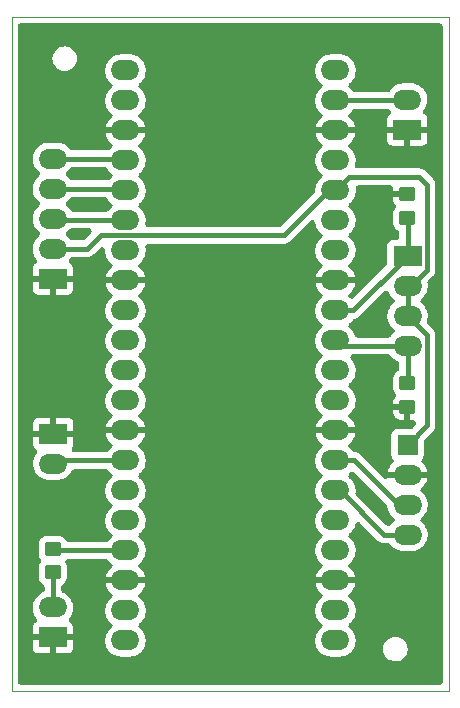
<source format=gbr>
%TF.GenerationSoftware,KiCad,Pcbnew,(6.0.7)*%
%TF.CreationDate,2022-11-11T17:02:31+01:00*%
%TF.ProjectId,pin_distribution_pcb,70696e5f-6469-4737-9472-69627574696f,rev?*%
%TF.SameCoordinates,Original*%
%TF.FileFunction,Copper,L2,Bot*%
%TF.FilePolarity,Positive*%
%FSLAX46Y46*%
G04 Gerber Fmt 4.6, Leading zero omitted, Abs format (unit mm)*
G04 Created by KiCad (PCBNEW (6.0.7)) date 2022-11-11 17:02:31*
%MOMM*%
%LPD*%
G01*
G04 APERTURE LIST*
G04 Aperture macros list*
%AMRoundRect*
0 Rectangle with rounded corners*
0 $1 Rounding radius*
0 $2 $3 $4 $5 $6 $7 $8 $9 X,Y pos of 4 corners*
0 Add a 4 corners polygon primitive as box body*
4,1,4,$2,$3,$4,$5,$6,$7,$8,$9,$2,$3,0*
0 Add four circle primitives for the rounded corners*
1,1,$1+$1,$2,$3*
1,1,$1+$1,$4,$5*
1,1,$1+$1,$6,$7*
1,1,$1+$1,$8,$9*
0 Add four rect primitives between the rounded corners*
20,1,$1+$1,$2,$3,$4,$5,0*
20,1,$1+$1,$4,$5,$6,$7,0*
20,1,$1+$1,$6,$7,$8,$9,0*
20,1,$1+$1,$8,$9,$2,$3,0*%
G04 Aperture macros list end*
%TA.AperFunction,Profile*%
%ADD10C,0.100000*%
%TD*%
%TA.AperFunction,ComponentPad*%
%ADD11O,2.400000X1.700000*%
%TD*%
%TA.AperFunction,ComponentPad*%
%ADD12R,1.700000X1.700000*%
%TD*%
%TA.AperFunction,ComponentPad*%
%ADD13R,2.400000X1.700000*%
%TD*%
%TA.AperFunction,SMDPad,CuDef*%
%ADD14RoundRect,0.250000X-0.450000X0.350000X-0.450000X-0.350000X0.450000X-0.350000X0.450000X0.350000X0*%
%TD*%
%TA.AperFunction,SMDPad,CuDef*%
%ADD15RoundRect,0.250000X0.450000X-0.350000X0.450000X0.350000X-0.450000X0.350000X-0.450000X-0.350000X0*%
%TD*%
%TA.AperFunction,Conductor*%
%ADD16C,0.400000*%
%TD*%
G04 APERTURE END LIST*
D10*
X0Y0D02*
X37000000Y0D01*
X37000000Y0D02*
X37000000Y-57000000D01*
X37000000Y-57000000D02*
X0Y-57000000D01*
X0Y-57000000D02*
X0Y0D01*
D11*
%TO.P,J4,4,Pin_4*%
%TO.N,Net-(U1-Pad26)*%
X33525000Y-43820000D03*
%TO.P,J4,3,Pin_3*%
%TO.N,Net-(U1-Pad27)*%
X33525000Y-41280000D03*
%TO.P,J4,2,Pin_2*%
%TO.N,GND*%
X33525000Y-38740000D03*
D12*
%TO.P,J4,1,Pin_1*%
%TO.N,3V3_out*%
X33525000Y-36200000D03*
%TD*%
D11*
%TO.P,J2,2,Pin_2*%
%TO.N,Net-(R1-Pad1)*%
X3500000Y-49960000D03*
D13*
%TO.P,J2,1,Pin_1*%
%TO.N,GND*%
X3500000Y-52500000D03*
%TD*%
D11*
%TO.P,U1,40,VBUS*%
%TO.N,unconnected-(U1-Pad40)*%
X27425000Y-4500259D03*
%TO.P,U1,39,VSYS*%
%TO.N,Net-(J5-Pad2)*%
X27425000Y-7040259D03*
%TO.P,U1,38,GND*%
%TO.N,GND*%
X27425000Y-9580259D03*
%TO.P,U1,37,3V3_EN*%
%TO.N,unconnected-(U1-Pad37)*%
X27425000Y-12120259D03*
%TO.P,U1,36,3V3_OUT*%
%TO.N,3V3_out*%
X27425000Y-14660259D03*
%TO.P,U1,35,ADC_VREF*%
%TO.N,unconnected-(U1-Pad35)*%
X27425000Y-17200259D03*
%TO.P,U1,34,GP_28*%
%TO.N,unconnected-(U1-Pad34)*%
X27425000Y-19740259D03*
%TO.P,U1,33,GND*%
%TO.N,GND*%
X27425000Y-22280259D03*
%TO.P,U1,32,GP27*%
%TO.N,Net-(J6-Pad1)*%
X27425000Y-24820259D03*
%TO.P,U1,31,GP26*%
%TO.N,Net-(J6-Pad4)*%
X27425000Y-27360259D03*
%TO.P,U1,30,RUN*%
%TO.N,unconnected-(U1-Pad30)*%
X27425000Y-29900259D03*
%TO.P,U1,29,GP22*%
%TO.N,unconnected-(U1-Pad29)*%
X27425000Y-32440259D03*
%TO.P,U1,28,GND*%
%TO.N,GND*%
X27425000Y-34980259D03*
%TO.P,U1,27,GP21*%
%TO.N,Net-(U1-Pad27)*%
X27425000Y-37520259D03*
%TO.P,U1,26,GP20*%
%TO.N,Net-(U1-Pad26)*%
X27425000Y-40060259D03*
%TO.P,U1,25,GP19*%
%TO.N,unconnected-(U1-Pad25)*%
X27425000Y-42600259D03*
%TO.P,U1,24,GP18*%
%TO.N,unconnected-(U1-Pad24)*%
X27425000Y-45140259D03*
%TO.P,U1,23,GND*%
%TO.N,GND*%
X27425000Y-47680259D03*
%TO.P,U1,22,GP17*%
%TO.N,unconnected-(U1-Pad22)*%
X27425000Y-50220259D03*
%TO.P,U1,21,GP16*%
%TO.N,unconnected-(U1-Pad21)*%
X27425000Y-52760259D03*
%TO.P,U1,20,GP15*%
%TO.N,unconnected-(U1-Pad20)*%
X9645000Y-52760259D03*
%TO.P,U1,19,GP14*%
%TO.N,unconnected-(U1-Pad19)*%
X9645000Y-50220259D03*
%TO.P,U1,18,GND*%
%TO.N,GND*%
X9645000Y-47680259D03*
%TO.P,U1,17,GP13*%
%TO.N,Net-(R1-Pad2)*%
X9645000Y-45140259D03*
%TO.P,U1,16,GP12*%
%TO.N,unconnected-(U1-Pad16)*%
X9645000Y-42600259D03*
%TO.P,U1,15,GP11*%
%TO.N,unconnected-(U1-Pad15)*%
X9645000Y-40060259D03*
%TO.P,U1,14,GP10*%
%TO.N,Net-(U1-Pad14)*%
X9645000Y-37520259D03*
%TO.P,U1,13,GND*%
%TO.N,GND*%
X9645000Y-34980259D03*
%TO.P,U1,12,GP9*%
%TO.N,unconnected-(U1-Pad12)*%
X9645000Y-32440259D03*
%TO.P,U1,11,GP8*%
%TO.N,unconnected-(U1-Pad11)*%
X9645000Y-29900259D03*
%TO.P,U1,10,GP7*%
%TO.N,unconnected-(U1-Pad10)*%
X9645000Y-27360259D03*
%TO.P,U1,9,GP6*%
%TO.N,unconnected-(U1-Pad9)*%
X9645000Y-24820259D03*
%TO.P,U1,8,GND*%
%TO.N,GND*%
X9645000Y-22280259D03*
%TO.P,U1,7,GP5*%
%TO.N,unconnected-(U1-Pad7)*%
X9645000Y-19740259D03*
%TO.P,U1,6,GP4*%
%TO.N,Net-(U1-Pad6)*%
X9645000Y-17200259D03*
%TO.P,U1,5,GP3*%
%TO.N,Net-(U1-Pad5)*%
X9645000Y-14660259D03*
%TO.P,U1,4,GP2*%
%TO.N,Net-(U1-Pad4)*%
X9645000Y-12120259D03*
%TO.P,U1,3,GND*%
%TO.N,GND*%
X9645000Y-9580259D03*
%TO.P,U1,2,GP1*%
%TO.N,unconnected-(U1-Pad2)*%
X9645000Y-7040259D03*
%TO.P,U1,1,GP0*%
%TO.N,unconnected-(U1-Pad1)*%
X9645000Y-4500259D03*
%TD*%
%TO.P,J1,5,Pin_5*%
%TO.N,Net-(U1-Pad4)*%
X3500000Y-11960000D03*
%TO.P,J1,4,Pin_4*%
%TO.N,Net-(U1-Pad5)*%
X3500000Y-14500000D03*
%TO.P,J1,3,Pin_3*%
%TO.N,Net-(U1-Pad6)*%
X3500000Y-17040000D03*
%TO.P,J1,2,Pin_2*%
%TO.N,3V3_out*%
X3500000Y-19580000D03*
D13*
%TO.P,J1,1,Pin_1*%
%TO.N,GND*%
X3500000Y-22120000D03*
%TD*%
D11*
%TO.P,J5,2,Pin_2*%
%TO.N,Net-(J5-Pad2)*%
X33500000Y-6960000D03*
D13*
%TO.P,J5,1,Pin_1*%
%TO.N,GND*%
X33500000Y-9500000D03*
%TD*%
D11*
%TO.P,J6,4,Pin_4*%
%TO.N,Net-(J6-Pad4)*%
X33525000Y-27820000D03*
%TO.P,J6,3,Pin_3*%
%TO.N,3V3_out*%
X33525000Y-25280000D03*
%TO.P,J6,2,Pin_2*%
X33525000Y-22740000D03*
D13*
%TO.P,J6,1,Pin_1*%
%TO.N,Net-(J6-Pad1)*%
X33525000Y-20200000D03*
%TD*%
%TO.P,J3,1,Pin_1*%
%TO.N,GND*%
X3525000Y-35250000D03*
D11*
%TO.P,J3,2,Pin_2*%
%TO.N,Net-(U1-Pad14)*%
X3525000Y-37790000D03*
%TD*%
D14*
%TO.P,R3,2*%
%TO.N,GND*%
X33500000Y-33000000D03*
%TO.P,R3,1*%
%TO.N,Net-(J6-Pad4)*%
X33500000Y-31000000D03*
%TD*%
D15*
%TO.P,R1,1*%
%TO.N,Net-(R1-Pad1)*%
X3500000Y-47000000D03*
%TO.P,R1,2*%
%TO.N,Net-(R1-Pad2)*%
X3500000Y-45000000D03*
%TD*%
D14*
%TO.P,R2,2*%
%TO.N,Net-(J6-Pad1)*%
X33500000Y-17000000D03*
%TO.P,R2,1*%
%TO.N,GND*%
X33500000Y-15000000D03*
%TD*%
D16*
%TO.N,Net-(U1-Pad26)*%
X27425000Y-40060259D02*
X27810259Y-40060259D01*
X27810259Y-40060259D02*
X31570000Y-43820000D01*
X31570000Y-43820000D02*
X33525000Y-43820000D01*
%TO.N,Net-(U1-Pad27)*%
X32780000Y-41280000D02*
X33525000Y-41280000D01*
X29020259Y-37520259D02*
X32780000Y-41280000D01*
X27425000Y-37520259D02*
X29020259Y-37520259D01*
%TO.N,Net-(R1-Pad1)*%
X3500000Y-47000000D02*
X3500000Y-49960000D01*
%TO.N,3V3_out*%
X33835000Y-22740000D02*
X33525000Y-22740000D01*
X35160079Y-14160079D02*
X35160079Y-21414921D01*
X34500000Y-13500000D02*
X35160079Y-14160079D01*
X35160079Y-21414921D02*
X33835000Y-22740000D01*
X28585259Y-13500000D02*
X34500000Y-13500000D01*
X27425000Y-14660259D02*
X28585259Y-13500000D01*
X35169294Y-34555706D02*
X35169294Y-26924294D01*
X35169294Y-26924294D02*
X33525000Y-25280000D01*
X33525000Y-36200000D02*
X35169294Y-34555706D01*
X23034065Y-18465935D02*
X26839741Y-14660259D01*
X7534065Y-18465935D02*
X23034065Y-18465935D01*
X6420000Y-19580000D02*
X7534065Y-18465935D01*
X3500000Y-19580000D02*
X6420000Y-19580000D01*
%TO.N,Net-(U1-Pad14)*%
X3794741Y-37520259D02*
X3525000Y-37790000D01*
X9645000Y-37520259D02*
X3794741Y-37520259D01*
%TO.N,Net-(R1-Pad2)*%
X3570259Y-45140259D02*
X9645000Y-45140259D01*
X3500000Y-45070000D02*
X3570259Y-45140259D01*
%TO.N,3V3_out*%
X33525000Y-22740000D02*
X33525000Y-25280000D01*
X26839741Y-14660259D02*
X27425000Y-14660259D01*
%TO.N,Net-(U1-Pad6)*%
X3610831Y-17150831D02*
X9595572Y-17150831D01*
X3500000Y-17040000D02*
X3610831Y-17150831D01*
X9595572Y-17150831D02*
X9645000Y-17200259D01*
%TO.N,Net-(U1-Pad5)*%
X9484741Y-14500000D02*
X9645000Y-14660259D01*
X3500000Y-14500000D02*
X9484741Y-14500000D01*
%TO.N,Net-(U1-Pad4)*%
X9484741Y-11960000D02*
X9645000Y-12120259D01*
X3500000Y-11960000D02*
X9484741Y-11960000D01*
%TO.N,Net-(J5-Pad2)*%
X33419741Y-7040259D02*
X33500000Y-6960000D01*
X27425000Y-7040259D02*
X33419741Y-7040259D01*
%TO.N,Net-(J6-Pad1)*%
X33525000Y-17025000D02*
X33525000Y-20200000D01*
X27425000Y-24820259D02*
X28904741Y-24820259D01*
X28904741Y-24820259D02*
X33525000Y-20200000D01*
X33500000Y-17000000D02*
X33525000Y-17025000D01*
%TO.N,Net-(J6-Pad4)*%
X33525000Y-30975000D02*
X33500000Y-31000000D01*
X33525000Y-27820000D02*
X33525000Y-30975000D01*
X33525000Y-27820000D02*
X27884741Y-27820000D01*
X27884741Y-27820000D02*
X27425000Y-27360259D01*
%TD*%
%TA.AperFunction,Conductor*%
%TO.N,GND*%
G36*
X36335319Y-527758D02*
G01*
X36417398Y-582602D01*
X36472242Y-664681D01*
X36491500Y-761500D01*
X36491500Y-56238500D01*
X36472242Y-56335319D01*
X36417398Y-56417398D01*
X36335319Y-56472242D01*
X36238500Y-56491500D01*
X761500Y-56491500D01*
X664681Y-56472242D01*
X582602Y-56417398D01*
X527758Y-56335319D01*
X508500Y-56238500D01*
X508500Y-53391245D01*
X1792001Y-53391245D01*
X1792740Y-53404888D01*
X1797035Y-53444436D01*
X1804318Y-53475064D01*
X1843501Y-53579585D01*
X1860637Y-53610885D01*
X1926285Y-53698479D01*
X1951521Y-53723715D01*
X2039115Y-53789363D01*
X2070415Y-53806499D01*
X2174936Y-53845682D01*
X2205566Y-53852966D01*
X2245095Y-53857260D01*
X2258764Y-53858000D01*
X3221082Y-53858000D01*
X3241866Y-53853866D01*
X3246000Y-53833082D01*
X3246000Y-53833081D01*
X3754000Y-53833081D01*
X3758134Y-53853865D01*
X3778918Y-53857999D01*
X4741245Y-53857999D01*
X4754888Y-53857260D01*
X4794436Y-53852965D01*
X4825064Y-53845682D01*
X4929585Y-53806499D01*
X4960885Y-53789363D01*
X5048479Y-53723715D01*
X5073715Y-53698479D01*
X5139363Y-53610885D01*
X5156499Y-53579585D01*
X5195682Y-53475064D01*
X5202966Y-53444434D01*
X5207260Y-53404905D01*
X5208000Y-53391236D01*
X5208000Y-52778918D01*
X5203866Y-52758134D01*
X5183082Y-52754000D01*
X3778918Y-52754000D01*
X3758134Y-52758134D01*
X3754000Y-52778918D01*
X3754000Y-53833081D01*
X3246000Y-53833081D01*
X3246000Y-52778918D01*
X3241866Y-52758134D01*
X3221082Y-52754000D01*
X1816919Y-52754000D01*
X1796135Y-52758134D01*
X1792001Y-52778918D01*
X1792001Y-53391245D01*
X508500Y-53391245D01*
X508500Y-52696033D01*
X7933102Y-52696033D01*
X7941751Y-52926417D01*
X7943952Y-52936907D01*
X7977176Y-53095252D01*
X7989093Y-53152050D01*
X7993027Y-53162012D01*
X7993029Y-53162018D01*
X8036941Y-53273208D01*
X8073776Y-53366480D01*
X8079332Y-53375636D01*
X8079333Y-53375638D01*
X8172308Y-53528856D01*
X8193377Y-53563576D01*
X8344477Y-53737704D01*
X8522755Y-53883883D01*
X8723114Y-53997934D01*
X8733185Y-54001590D01*
X8733186Y-54001590D01*
X8929749Y-54072939D01*
X8929753Y-54072940D01*
X8939825Y-54076596D01*
X9166692Y-54117620D01*
X9175025Y-54118013D01*
X9187849Y-54118618D01*
X9187859Y-54118618D01*
X9190844Y-54118759D01*
X10052890Y-54118759D01*
X10058216Y-54118307D01*
X10058218Y-54118307D01*
X10214045Y-54105085D01*
X10214047Y-54105085D01*
X10224720Y-54104179D01*
X10235086Y-54101489D01*
X10235089Y-54101488D01*
X10437500Y-54048952D01*
X10437499Y-54048952D01*
X10447872Y-54046260D01*
X10457638Y-54041861D01*
X10457643Y-54041859D01*
X10648305Y-53955972D01*
X10658075Y-53951571D01*
X10849319Y-53822818D01*
X11016135Y-53663683D01*
X11153754Y-53478717D01*
X11215886Y-53356513D01*
X11253384Y-53282760D01*
X11253386Y-53282755D01*
X11258240Y-53273208D01*
X11326607Y-53053032D01*
X11356898Y-52824485D01*
X11352076Y-52696033D01*
X25713102Y-52696033D01*
X25721751Y-52926417D01*
X25723952Y-52936907D01*
X25757176Y-53095252D01*
X25769093Y-53152050D01*
X25773027Y-53162012D01*
X25773029Y-53162018D01*
X25816941Y-53273208D01*
X25853776Y-53366480D01*
X25859332Y-53375636D01*
X25859333Y-53375638D01*
X25952308Y-53528856D01*
X25973377Y-53563576D01*
X26124477Y-53737704D01*
X26302755Y-53883883D01*
X26503114Y-53997934D01*
X26513185Y-54001590D01*
X26513186Y-54001590D01*
X26709749Y-54072939D01*
X26709753Y-54072940D01*
X26719825Y-54076596D01*
X26946692Y-54117620D01*
X26955025Y-54118013D01*
X26967849Y-54118618D01*
X26967859Y-54118618D01*
X26970844Y-54118759D01*
X27832890Y-54118759D01*
X27838216Y-54118307D01*
X27838218Y-54118307D01*
X27994045Y-54105085D01*
X27994047Y-54105085D01*
X28004720Y-54104179D01*
X28015086Y-54101489D01*
X28015089Y-54101488D01*
X28217500Y-54048952D01*
X28217499Y-54048952D01*
X28227872Y-54046260D01*
X28237638Y-54041861D01*
X28237643Y-54041859D01*
X28428305Y-53955972D01*
X28438075Y-53951571D01*
X28629319Y-53822818D01*
X28796135Y-53663683D01*
X28928655Y-53485570D01*
X31466625Y-53485570D01*
X31483502Y-53686562D01*
X31539098Y-53880448D01*
X31544752Y-53891449D01*
X31544753Y-53891452D01*
X31572576Y-53945588D01*
X31631295Y-54059842D01*
X31638980Y-54069538D01*
X31677634Y-54118307D01*
X31756580Y-54217913D01*
X31910181Y-54348638D01*
X31963026Y-54378172D01*
X32075439Y-54440998D01*
X32075443Y-54441000D01*
X32086249Y-54447039D01*
X32278076Y-54509367D01*
X32432942Y-54527834D01*
X32466062Y-54531783D01*
X32466063Y-54531783D01*
X32478357Y-54533249D01*
X32490703Y-54532299D01*
X32497410Y-54531783D01*
X32531951Y-54529125D01*
X32667116Y-54518725D01*
X32667117Y-54518725D01*
X32679461Y-54517775D01*
X32691383Y-54514446D01*
X32691385Y-54514446D01*
X32861810Y-54466862D01*
X32861809Y-54466862D01*
X32873730Y-54463534D01*
X33053764Y-54372593D01*
X33094687Y-54340620D01*
X33202955Y-54256032D01*
X33202957Y-54256030D01*
X33212705Y-54248414D01*
X33232111Y-54225933D01*
X33336413Y-54105098D01*
X33336414Y-54105097D01*
X33344500Y-54095729D01*
X33357447Y-54072939D01*
X33403066Y-53992633D01*
X33444127Y-53920353D01*
X33458519Y-53877091D01*
X33503888Y-53740704D01*
X33507793Y-53728965D01*
X33511645Y-53698479D01*
X33532187Y-53535869D01*
X33533073Y-53528856D01*
X33533476Y-53500000D01*
X33513794Y-53299263D01*
X33509527Y-53285128D01*
X33459071Y-53118013D01*
X33459070Y-53118011D01*
X33455496Y-53106173D01*
X33360804Y-52928083D01*
X33233324Y-52771777D01*
X33221034Y-52761610D01*
X33087451Y-52651101D01*
X33087449Y-52651100D01*
X33077912Y-52643210D01*
X32900488Y-52547277D01*
X32888675Y-52543620D01*
X32888672Y-52543619D01*
X32719626Y-52491290D01*
X32707809Y-52487632D01*
X32507215Y-52466549D01*
X32494897Y-52467670D01*
X32494892Y-52467670D01*
X32318669Y-52483708D01*
X32318664Y-52483709D01*
X32306346Y-52484830D01*
X32112853Y-52541778D01*
X32101886Y-52547511D01*
X32101887Y-52547511D01*
X31992286Y-52604809D01*
X31934107Y-52635224D01*
X31776915Y-52761610D01*
X31647265Y-52916120D01*
X31641306Y-52926960D01*
X31641305Y-52926961D01*
X31566374Y-53063261D01*
X31550096Y-53092870D01*
X31489108Y-53285128D01*
X31466625Y-53485570D01*
X28928655Y-53485570D01*
X28933754Y-53478717D01*
X28995886Y-53356513D01*
X29033384Y-53282760D01*
X29033386Y-53282755D01*
X29038240Y-53273208D01*
X29106607Y-53053032D01*
X29136898Y-52824485D01*
X29128249Y-52594101D01*
X29118474Y-52547511D01*
X29083108Y-52378956D01*
X29083107Y-52378951D01*
X29080907Y-52368468D01*
X29076973Y-52358506D01*
X29076971Y-52358500D01*
X29000160Y-52164005D01*
X28996224Y-52154038D01*
X28933915Y-52051355D01*
X28882178Y-51966096D01*
X28882177Y-51966094D01*
X28876623Y-51956942D01*
X28725523Y-51782814D01*
X28610244Y-51688291D01*
X28547586Y-51612010D01*
X28518889Y-51517557D01*
X28528522Y-51419312D01*
X28575018Y-51332233D01*
X28612130Y-51295476D01*
X28620432Y-51288801D01*
X28629319Y-51282818D01*
X28796135Y-51123683D01*
X28933754Y-50938717D01*
X29038240Y-50733208D01*
X29106607Y-50513032D01*
X29127977Y-50351791D01*
X29135491Y-50295102D01*
X29135491Y-50295100D01*
X29136898Y-50284485D01*
X29128249Y-50054101D01*
X29095029Y-49895774D01*
X29083108Y-49838956D01*
X29083107Y-49838951D01*
X29080907Y-49828468D01*
X29076973Y-49818506D01*
X29076971Y-49818500D01*
X29000160Y-49624005D01*
X28996224Y-49614038D01*
X28962366Y-49558241D01*
X28882178Y-49426096D01*
X28882177Y-49426094D01*
X28876623Y-49416942D01*
X28725523Y-49242814D01*
X28609845Y-49147964D01*
X28547187Y-49071683D01*
X28518490Y-48977230D01*
X28528123Y-48878986D01*
X28574619Y-48791906D01*
X28612913Y-48756552D01*
X28611765Y-48755125D01*
X28636765Y-48735024D01*
X28788002Y-48590750D01*
X28802157Y-48574750D01*
X28926928Y-48407053D01*
X28938184Y-48388898D01*
X29032922Y-48202563D01*
X29040951Y-48182792D01*
X29102939Y-47983154D01*
X29107524Y-47962303D01*
X29107967Y-47958963D01*
X29106599Y-47937814D01*
X29096156Y-47934259D01*
X25765611Y-47934259D01*
X25744827Y-47938393D01*
X25743285Y-47946145D01*
X25743382Y-47947073D01*
X25767374Y-48061422D01*
X25773508Y-48081866D01*
X25850291Y-48276297D01*
X25859783Y-48295415D01*
X25968223Y-48474119D01*
X25980807Y-48491375D01*
X26117804Y-48649251D01*
X26133118Y-48664143D01*
X26240185Y-48751933D01*
X26302843Y-48828214D01*
X26331540Y-48922666D01*
X26321907Y-49020911D01*
X26275410Y-49107990D01*
X26236559Y-49143310D01*
X26237919Y-49145002D01*
X26229564Y-49151720D01*
X26220681Y-49157700D01*
X26053865Y-49316835D01*
X25916246Y-49501801D01*
X25877150Y-49578697D01*
X25826741Y-49677845D01*
X25811760Y-49707310D01*
X25808583Y-49717543D01*
X25749917Y-49906477D01*
X25743393Y-49927486D01*
X25741986Y-49938104D01*
X25717062Y-50126158D01*
X25713102Y-50156033D01*
X25721751Y-50386417D01*
X25723952Y-50396907D01*
X25761399Y-50575379D01*
X25769093Y-50612050D01*
X25773027Y-50622012D01*
X25773029Y-50622018D01*
X25816941Y-50733208D01*
X25853776Y-50826480D01*
X25859332Y-50835636D01*
X25859333Y-50835638D01*
X25921111Y-50937445D01*
X25973377Y-51023576D01*
X26124477Y-51197704D01*
X26132758Y-51204494D01*
X26132760Y-51204496D01*
X26239756Y-51292227D01*
X26302414Y-51368508D01*
X26331111Y-51462961D01*
X26321478Y-51561206D01*
X26274982Y-51648285D01*
X26237870Y-51685042D01*
X26229568Y-51691717D01*
X26220681Y-51697700D01*
X26053865Y-51856835D01*
X25916246Y-52041801D01*
X25811760Y-52247310D01*
X25743393Y-52467486D01*
X25713102Y-52696033D01*
X11352076Y-52696033D01*
X11348249Y-52594101D01*
X11338474Y-52547511D01*
X11303108Y-52378956D01*
X11303107Y-52378951D01*
X11300907Y-52368468D01*
X11296973Y-52358506D01*
X11296971Y-52358500D01*
X11220160Y-52164005D01*
X11216224Y-52154038D01*
X11153915Y-52051355D01*
X11102178Y-51966096D01*
X11102177Y-51966094D01*
X11096623Y-51956942D01*
X10945523Y-51782814D01*
X10830244Y-51688291D01*
X10767586Y-51612010D01*
X10738889Y-51517557D01*
X10748522Y-51419312D01*
X10795018Y-51332233D01*
X10832130Y-51295476D01*
X10840432Y-51288801D01*
X10849319Y-51282818D01*
X11016135Y-51123683D01*
X11153754Y-50938717D01*
X11258240Y-50733208D01*
X11326607Y-50513032D01*
X11347977Y-50351791D01*
X11355491Y-50295102D01*
X11355491Y-50295100D01*
X11356898Y-50284485D01*
X11348249Y-50054101D01*
X11315029Y-49895774D01*
X11303108Y-49838956D01*
X11303107Y-49838951D01*
X11300907Y-49828468D01*
X11296973Y-49818506D01*
X11296971Y-49818500D01*
X11220160Y-49624005D01*
X11216224Y-49614038D01*
X11182366Y-49558241D01*
X11102178Y-49426096D01*
X11102177Y-49426094D01*
X11096623Y-49416942D01*
X10945523Y-49242814D01*
X10829845Y-49147964D01*
X10767187Y-49071683D01*
X10738490Y-48977230D01*
X10748123Y-48878986D01*
X10794619Y-48791906D01*
X10832913Y-48756552D01*
X10831765Y-48755125D01*
X10856765Y-48735024D01*
X11008002Y-48590750D01*
X11022157Y-48574750D01*
X11146928Y-48407053D01*
X11158184Y-48388898D01*
X11252922Y-48202563D01*
X11260951Y-48182792D01*
X11322939Y-47983154D01*
X11327524Y-47962303D01*
X11327967Y-47958963D01*
X11326599Y-47937814D01*
X11316156Y-47934259D01*
X7985611Y-47934259D01*
X7964827Y-47938393D01*
X7963285Y-47946145D01*
X7963382Y-47947073D01*
X7987374Y-48061422D01*
X7993508Y-48081866D01*
X8070291Y-48276297D01*
X8079783Y-48295415D01*
X8188223Y-48474119D01*
X8200807Y-48491375D01*
X8337804Y-48649251D01*
X8353118Y-48664143D01*
X8460185Y-48751933D01*
X8522843Y-48828214D01*
X8551540Y-48922666D01*
X8541907Y-49020911D01*
X8495410Y-49107990D01*
X8456559Y-49143310D01*
X8457919Y-49145002D01*
X8449564Y-49151720D01*
X8440681Y-49157700D01*
X8273865Y-49316835D01*
X8136246Y-49501801D01*
X8097150Y-49578697D01*
X8046741Y-49677845D01*
X8031760Y-49707310D01*
X8028583Y-49717543D01*
X7969917Y-49906477D01*
X7963393Y-49927486D01*
X7961986Y-49938104D01*
X7937062Y-50126158D01*
X7933102Y-50156033D01*
X7941751Y-50386417D01*
X7943952Y-50396907D01*
X7981399Y-50575379D01*
X7989093Y-50612050D01*
X7993027Y-50622012D01*
X7993029Y-50622018D01*
X8036941Y-50733208D01*
X8073776Y-50826480D01*
X8079332Y-50835636D01*
X8079333Y-50835638D01*
X8141111Y-50937445D01*
X8193377Y-51023576D01*
X8344477Y-51197704D01*
X8352758Y-51204494D01*
X8352760Y-51204496D01*
X8459756Y-51292227D01*
X8522414Y-51368508D01*
X8551111Y-51462961D01*
X8541478Y-51561206D01*
X8494982Y-51648285D01*
X8457870Y-51685042D01*
X8449568Y-51691717D01*
X8440681Y-51697700D01*
X8273865Y-51856835D01*
X8136246Y-52041801D01*
X8031760Y-52247310D01*
X7963393Y-52467486D01*
X7933102Y-52696033D01*
X508500Y-52696033D01*
X508500Y-49895774D01*
X1788102Y-49895774D01*
X1796751Y-50126158D01*
X1798952Y-50136648D01*
X1832199Y-50295102D01*
X1844093Y-50351791D01*
X1848027Y-50361753D01*
X1848029Y-50361759D01*
X1891941Y-50472949D01*
X1928776Y-50566221D01*
X1934332Y-50575377D01*
X1934333Y-50575379D01*
X2042822Y-50754163D01*
X2048377Y-50763317D01*
X2055397Y-50771407D01*
X2055400Y-50771411D01*
X2102860Y-50826105D01*
X2151769Y-50911853D01*
X2164141Y-51009790D01*
X2138092Y-51105007D01*
X2077588Y-51183007D01*
X2053493Y-51199768D01*
X2053538Y-51199828D01*
X1951521Y-51276285D01*
X1926285Y-51301521D01*
X1860637Y-51389115D01*
X1843501Y-51420415D01*
X1804318Y-51524936D01*
X1797034Y-51555566D01*
X1792740Y-51595095D01*
X1792000Y-51608764D01*
X1792000Y-52221082D01*
X1796134Y-52241866D01*
X1816918Y-52246000D01*
X5183081Y-52246000D01*
X5203865Y-52241866D01*
X5207999Y-52221082D01*
X5207999Y-51608755D01*
X5207260Y-51595112D01*
X5202965Y-51555564D01*
X5195682Y-51524936D01*
X5156499Y-51420415D01*
X5139363Y-51389115D01*
X5073715Y-51301521D01*
X5048479Y-51276285D01*
X4946462Y-51199828D01*
X4948080Y-51197670D01*
X4892933Y-51151476D01*
X4847277Y-51063953D01*
X4838589Y-50965621D01*
X4868194Y-50871449D01*
X4887120Y-50841939D01*
X5008754Y-50678458D01*
X5092861Y-50513032D01*
X5108384Y-50482501D01*
X5108386Y-50482496D01*
X5113240Y-50472949D01*
X5171760Y-50284485D01*
X5178431Y-50263002D01*
X5178432Y-50263000D01*
X5181607Y-50252773D01*
X5206519Y-50064809D01*
X5210491Y-50034843D01*
X5210491Y-50034841D01*
X5211898Y-50024226D01*
X5203249Y-49793842D01*
X5165523Y-49614038D01*
X5158108Y-49578697D01*
X5158107Y-49578692D01*
X5155907Y-49568209D01*
X5151973Y-49558247D01*
X5151971Y-49558241D01*
X5075160Y-49363746D01*
X5071224Y-49353779D01*
X5008915Y-49251096D01*
X4957178Y-49165837D01*
X4957177Y-49165835D01*
X4951623Y-49156683D01*
X4800523Y-48982555D01*
X4622245Y-48836376D01*
X4495603Y-48764287D01*
X4431199Y-48727626D01*
X4431196Y-48727625D01*
X4421886Y-48722325D01*
X4375176Y-48705370D01*
X4290740Y-48654235D01*
X4232299Y-48574678D01*
X4208751Y-48478812D01*
X4208500Y-48467553D01*
X4208500Y-48223012D01*
X4227758Y-48126193D01*
X4282602Y-48044114D01*
X4328368Y-48007873D01*
X4411849Y-47956213D01*
X4411851Y-47956211D01*
X4424348Y-47948478D01*
X4434994Y-47937814D01*
X4538920Y-47833706D01*
X4549305Y-47823303D01*
X4642115Y-47672738D01*
X4697797Y-47504861D01*
X4708500Y-47400400D01*
X4708500Y-46599600D01*
X4697526Y-46493834D01*
X4658859Y-46377934D01*
X4646201Y-46339994D01*
X4646200Y-46339992D01*
X4641550Y-46326054D01*
X4585137Y-46234892D01*
X4550566Y-46142427D01*
X4554011Y-46043772D01*
X4594947Y-45953944D01*
X4667143Y-45886620D01*
X4759608Y-45852049D01*
X4800276Y-45848759D01*
X7996724Y-45848759D01*
X8093543Y-45868017D01*
X8175622Y-45922861D01*
X8193359Y-45943592D01*
X8193377Y-45943576D01*
X8344477Y-46117704D01*
X8431685Y-46189210D01*
X8460155Y-46212554D01*
X8522813Y-46288835D01*
X8551510Y-46383288D01*
X8541877Y-46481532D01*
X8495381Y-46568612D01*
X8457087Y-46603966D01*
X8458235Y-46605393D01*
X8433235Y-46625494D01*
X8281998Y-46769768D01*
X8267843Y-46785768D01*
X8143072Y-46953465D01*
X8131816Y-46971620D01*
X8037078Y-47157955D01*
X8029049Y-47177726D01*
X7967061Y-47377364D01*
X7962476Y-47398215D01*
X7962033Y-47401555D01*
X7963401Y-47422704D01*
X7973844Y-47426259D01*
X11304389Y-47426259D01*
X11325173Y-47422125D01*
X11326715Y-47414373D01*
X11326618Y-47413445D01*
X11302626Y-47299096D01*
X11296492Y-47278652D01*
X11219709Y-47084221D01*
X11210217Y-47065103D01*
X11101777Y-46886399D01*
X11089193Y-46869143D01*
X10952196Y-46711267D01*
X10936882Y-46696375D01*
X10829815Y-46608585D01*
X10767157Y-46532304D01*
X10738460Y-46437852D01*
X10748093Y-46339607D01*
X10794590Y-46252528D01*
X10833441Y-46217208D01*
X10832081Y-46215516D01*
X10840436Y-46208798D01*
X10849319Y-46202818D01*
X11016135Y-46043683D01*
X11153754Y-45858717D01*
X11241343Y-45686442D01*
X11253384Y-45662760D01*
X11253386Y-45662755D01*
X11258240Y-45653208D01*
X11326607Y-45433032D01*
X11356898Y-45204485D01*
X11352076Y-45076033D01*
X25713102Y-45076033D01*
X25721751Y-45306417D01*
X25723952Y-45316907D01*
X25760773Y-45492396D01*
X25769093Y-45532050D01*
X25773027Y-45542012D01*
X25773029Y-45542018D01*
X25820713Y-45662760D01*
X25853776Y-45746480D01*
X25859332Y-45755636D01*
X25859333Y-45755638D01*
X25938815Y-45886620D01*
X25973377Y-45943576D01*
X26124477Y-46117704D01*
X26211685Y-46189210D01*
X26240155Y-46212554D01*
X26302813Y-46288835D01*
X26331510Y-46383288D01*
X26321877Y-46481532D01*
X26275381Y-46568612D01*
X26237087Y-46603966D01*
X26238235Y-46605393D01*
X26213235Y-46625494D01*
X26061998Y-46769768D01*
X26047843Y-46785768D01*
X25923072Y-46953465D01*
X25911816Y-46971620D01*
X25817078Y-47157955D01*
X25809049Y-47177726D01*
X25747061Y-47377364D01*
X25742476Y-47398215D01*
X25742033Y-47401555D01*
X25743401Y-47422704D01*
X25753844Y-47426259D01*
X29084389Y-47426259D01*
X29105173Y-47422125D01*
X29106715Y-47414373D01*
X29106618Y-47413445D01*
X29082626Y-47299096D01*
X29076492Y-47278652D01*
X28999709Y-47084221D01*
X28990217Y-47065103D01*
X28881777Y-46886399D01*
X28869193Y-46869143D01*
X28732196Y-46711267D01*
X28716882Y-46696375D01*
X28609815Y-46608585D01*
X28547157Y-46532304D01*
X28518460Y-46437852D01*
X28528093Y-46339607D01*
X28574590Y-46252528D01*
X28613441Y-46217208D01*
X28612081Y-46215516D01*
X28620436Y-46208798D01*
X28629319Y-46202818D01*
X28796135Y-46043683D01*
X28933754Y-45858717D01*
X29021343Y-45686442D01*
X29033384Y-45662760D01*
X29033386Y-45662755D01*
X29038240Y-45653208D01*
X29106607Y-45433032D01*
X29136898Y-45204485D01*
X29128249Y-44974101D01*
X29099537Y-44837257D01*
X29083108Y-44758956D01*
X29083107Y-44758951D01*
X29080907Y-44748468D01*
X29076973Y-44738506D01*
X29076971Y-44738500D01*
X29000160Y-44544005D01*
X28996224Y-44534038D01*
X28983624Y-44513273D01*
X28882178Y-44346096D01*
X28882177Y-44346094D01*
X28876623Y-44336942D01*
X28725523Y-44162814D01*
X28610244Y-44068291D01*
X28547586Y-43992010D01*
X28518889Y-43897557D01*
X28528522Y-43799312D01*
X28575018Y-43712233D01*
X28612130Y-43675476D01*
X28620432Y-43668801D01*
X28629319Y-43662818D01*
X28796135Y-43503683D01*
X28933754Y-43318717D01*
X29038240Y-43113208D01*
X29106607Y-42893032D01*
X29108180Y-42893520D01*
X29142541Y-42815056D01*
X29213730Y-42746668D01*
X29305670Y-42710728D01*
X29404366Y-42712708D01*
X29494792Y-42752307D01*
X29528939Y-42780909D01*
X31045501Y-44297471D01*
X31057254Y-44310052D01*
X31092439Y-44350385D01*
X31142006Y-44385221D01*
X31152600Y-44393088D01*
X31200282Y-44430477D01*
X31214180Y-44436752D01*
X31215099Y-44437309D01*
X31217138Y-44438641D01*
X31219314Y-44439714D01*
X31220268Y-44440226D01*
X31232739Y-44448990D01*
X31246940Y-44454527D01*
X31246944Y-44454529D01*
X31289182Y-44470997D01*
X31301381Y-44476125D01*
X31356573Y-44501045D01*
X31371567Y-44503824D01*
X31372590Y-44504145D01*
X31374884Y-44504950D01*
X31377251Y-44505473D01*
X31378299Y-44505742D01*
X31392509Y-44511282D01*
X31407623Y-44513272D01*
X31407628Y-44513273D01*
X31444934Y-44518184D01*
X31452569Y-44519189D01*
X31465631Y-44521258D01*
X31500317Y-44527686D01*
X31510187Y-44529516D01*
X31510188Y-44529516D01*
X31525187Y-44532296D01*
X31583773Y-44528918D01*
X31598302Y-44528500D01*
X31876724Y-44528500D01*
X31973543Y-44547758D01*
X32055622Y-44602602D01*
X32073359Y-44623333D01*
X32073377Y-44623317D01*
X32224477Y-44797445D01*
X32402755Y-44943624D01*
X32603114Y-45057675D01*
X32613185Y-45061331D01*
X32613186Y-45061331D01*
X32809749Y-45132680D01*
X32809753Y-45132681D01*
X32819825Y-45136337D01*
X33046692Y-45177361D01*
X33055025Y-45177754D01*
X33067849Y-45178359D01*
X33067859Y-45178359D01*
X33070844Y-45178500D01*
X33932890Y-45178500D01*
X33938216Y-45178048D01*
X33938218Y-45178048D01*
X34094045Y-45164826D01*
X34094047Y-45164826D01*
X34104720Y-45163920D01*
X34115086Y-45161230D01*
X34115089Y-45161229D01*
X34317500Y-45108693D01*
X34317499Y-45108693D01*
X34327872Y-45106001D01*
X34337638Y-45101602D01*
X34337643Y-45101600D01*
X34528305Y-45015713D01*
X34538075Y-45011312D01*
X34729319Y-44882559D01*
X34754955Y-44858104D01*
X34888386Y-44730816D01*
X34896135Y-44723424D01*
X35033754Y-44538458D01*
X35125678Y-44357657D01*
X35133384Y-44342501D01*
X35133386Y-44342496D01*
X35138240Y-44332949D01*
X35189988Y-44166294D01*
X35203431Y-44123002D01*
X35203432Y-44123000D01*
X35206607Y-44112773D01*
X35234465Y-43902584D01*
X35235491Y-43894843D01*
X35235491Y-43894841D01*
X35236898Y-43884226D01*
X35228249Y-43653842D01*
X35180907Y-43428209D01*
X35176973Y-43418247D01*
X35176971Y-43418241D01*
X35100160Y-43223746D01*
X35096224Y-43213779D01*
X35034160Y-43111500D01*
X34982178Y-43025837D01*
X34982177Y-43025835D01*
X34976623Y-43016683D01*
X34825523Y-42842555D01*
X34750341Y-42780909D01*
X34710244Y-42748032D01*
X34647586Y-42671751D01*
X34618889Y-42577298D01*
X34628522Y-42479053D01*
X34675018Y-42391974D01*
X34712130Y-42355217D01*
X34720432Y-42348542D01*
X34729319Y-42342559D01*
X34896135Y-42183424D01*
X35033754Y-41998458D01*
X35138240Y-41792949D01*
X35206607Y-41572773D01*
X35236898Y-41344226D01*
X35228249Y-41113842D01*
X35180907Y-40888209D01*
X35176973Y-40878247D01*
X35176971Y-40878241D01*
X35100160Y-40683746D01*
X35096224Y-40673779D01*
X35028987Y-40562975D01*
X34982178Y-40485837D01*
X34982177Y-40485835D01*
X34976623Y-40476683D01*
X34825523Y-40302555D01*
X34709845Y-40207705D01*
X34647187Y-40131424D01*
X34618490Y-40036971D01*
X34628123Y-39938727D01*
X34674619Y-39851647D01*
X34712913Y-39816293D01*
X34711765Y-39814866D01*
X34736765Y-39794765D01*
X34888002Y-39650491D01*
X34902157Y-39634491D01*
X35026928Y-39466794D01*
X35038184Y-39448639D01*
X35132922Y-39262304D01*
X35140951Y-39242533D01*
X35202939Y-39042895D01*
X35207524Y-39022044D01*
X35207967Y-39018704D01*
X35206599Y-38997555D01*
X35196156Y-38994000D01*
X31865611Y-38994000D01*
X31842589Y-38998579D01*
X31810193Y-39020226D01*
X31718992Y-39058004D01*
X31620277Y-39058005D01*
X31529075Y-39020229D01*
X31490734Y-38988764D01*
X29544758Y-37042788D01*
X29533005Y-37030207D01*
X29521957Y-37017543D01*
X29497820Y-36989874D01*
X29448254Y-36955038D01*
X29437639Y-36947155D01*
X29401978Y-36919193D01*
X29389977Y-36909783D01*
X29376081Y-36903509D01*
X29375176Y-36902961D01*
X29373130Y-36901625D01*
X29370936Y-36900543D01*
X29370003Y-36900043D01*
X29357520Y-36891269D01*
X29343303Y-36885726D01*
X29301084Y-36869265D01*
X29288874Y-36864133D01*
X29233686Y-36839214D01*
X29218692Y-36836435D01*
X29217669Y-36836114D01*
X29215374Y-36835308D01*
X29213009Y-36834786D01*
X29211959Y-36834516D01*
X29197750Y-36828977D01*
X29137683Y-36821069D01*
X29124621Y-36819000D01*
X29085554Y-36811759D01*
X29080073Y-36810743D01*
X29080072Y-36810743D01*
X29065073Y-36807963D01*
X29053640Y-36808622D01*
X28960487Y-36783923D01*
X28882013Y-36724034D01*
X28877558Y-36718483D01*
X28876623Y-36716942D01*
X28872607Y-36712314D01*
X28872599Y-36712304D01*
X28739359Y-36558759D01*
X28725523Y-36542814D01*
X28609845Y-36447964D01*
X28547187Y-36371683D01*
X28518490Y-36277230D01*
X28528123Y-36178986D01*
X28574619Y-36091906D01*
X28612913Y-36056552D01*
X28611765Y-36055125D01*
X28636765Y-36035024D01*
X28788002Y-35890750D01*
X28802157Y-35874750D01*
X28926928Y-35707053D01*
X28938184Y-35688898D01*
X29032922Y-35502563D01*
X29040951Y-35482792D01*
X29102939Y-35283154D01*
X29107524Y-35262303D01*
X29107967Y-35258963D01*
X29106599Y-35237814D01*
X29096156Y-35234259D01*
X25765611Y-35234259D01*
X25744827Y-35238393D01*
X25743285Y-35246145D01*
X25743382Y-35247073D01*
X25767374Y-35361422D01*
X25773508Y-35381866D01*
X25850291Y-35576297D01*
X25859783Y-35595415D01*
X25968223Y-35774119D01*
X25980807Y-35791375D01*
X26117804Y-35949251D01*
X26133118Y-35964143D01*
X26240185Y-36051933D01*
X26302843Y-36128214D01*
X26331540Y-36222666D01*
X26321907Y-36320911D01*
X26275410Y-36407990D01*
X26236559Y-36443310D01*
X26237919Y-36445002D01*
X26229564Y-36451720D01*
X26220681Y-36457700D01*
X26212933Y-36465091D01*
X26212932Y-36465092D01*
X26203893Y-36473715D01*
X26053865Y-36616835D01*
X25916246Y-36801801D01*
X25873144Y-36886576D01*
X25820625Y-36989874D01*
X25811760Y-37007310D01*
X25743393Y-37227486D01*
X25713102Y-37456033D01*
X25721751Y-37686417D01*
X25723952Y-37696907D01*
X25732255Y-37736477D01*
X25769093Y-37912050D01*
X25773027Y-37922012D01*
X25773029Y-37922018D01*
X25816211Y-38031361D01*
X25853776Y-38126480D01*
X25859332Y-38135636D01*
X25859333Y-38135638D01*
X25952711Y-38289520D01*
X25973377Y-38323576D01*
X26124477Y-38497704D01*
X26132758Y-38504494D01*
X26132760Y-38504496D01*
X26239756Y-38592227D01*
X26302414Y-38668508D01*
X26331111Y-38762961D01*
X26321478Y-38861206D01*
X26274982Y-38948285D01*
X26237870Y-38985042D01*
X26229568Y-38991717D01*
X26220681Y-38997700D01*
X26053865Y-39156835D01*
X25916246Y-39341801D01*
X25811760Y-39547310D01*
X25743393Y-39767486D01*
X25713102Y-39996033D01*
X25721751Y-40226417D01*
X25723952Y-40236907D01*
X25729610Y-40263871D01*
X25769093Y-40452050D01*
X25773027Y-40462012D01*
X25773029Y-40462018D01*
X25816941Y-40573208D01*
X25853776Y-40666480D01*
X25859332Y-40675636D01*
X25859333Y-40675638D01*
X25921883Y-40778717D01*
X25973377Y-40863576D01*
X26124477Y-41037704D01*
X26132758Y-41044494D01*
X26132760Y-41044496D01*
X26239756Y-41132227D01*
X26302414Y-41208508D01*
X26331111Y-41302961D01*
X26321478Y-41401206D01*
X26274982Y-41488285D01*
X26237870Y-41525042D01*
X26229568Y-41531717D01*
X26220681Y-41537700D01*
X26053865Y-41696835D01*
X25916246Y-41881801D01*
X25811760Y-42087310D01*
X25743393Y-42307486D01*
X25713102Y-42536033D01*
X25721751Y-42766417D01*
X25723952Y-42776907D01*
X25762349Y-42959906D01*
X25769093Y-42992050D01*
X25773027Y-43002012D01*
X25773029Y-43002018D01*
X25816266Y-43111500D01*
X25853776Y-43206480D01*
X25859332Y-43215636D01*
X25859333Y-43215638D01*
X25921883Y-43318717D01*
X25973377Y-43403576D01*
X26124477Y-43577704D01*
X26132758Y-43584494D01*
X26132760Y-43584496D01*
X26239756Y-43672227D01*
X26302414Y-43748508D01*
X26331111Y-43842961D01*
X26321478Y-43941206D01*
X26274982Y-44028285D01*
X26237870Y-44065042D01*
X26229568Y-44071717D01*
X26220681Y-44077700D01*
X26053865Y-44236835D01*
X25916246Y-44421801D01*
X25888625Y-44476128D01*
X25822566Y-44606057D01*
X25811760Y-44627310D01*
X25743393Y-44847486D01*
X25741986Y-44858104D01*
X25715051Y-45061331D01*
X25713102Y-45076033D01*
X11352076Y-45076033D01*
X11348249Y-44974101D01*
X11319537Y-44837257D01*
X11303108Y-44758956D01*
X11303107Y-44758951D01*
X11300907Y-44748468D01*
X11296973Y-44738506D01*
X11296971Y-44738500D01*
X11220160Y-44544005D01*
X11216224Y-44534038D01*
X11203624Y-44513273D01*
X11102178Y-44346096D01*
X11102177Y-44346094D01*
X11096623Y-44336942D01*
X10945523Y-44162814D01*
X10830244Y-44068291D01*
X10767586Y-43992010D01*
X10738889Y-43897557D01*
X10748522Y-43799312D01*
X10795018Y-43712233D01*
X10832130Y-43675476D01*
X10840432Y-43668801D01*
X10849319Y-43662818D01*
X11016135Y-43503683D01*
X11153754Y-43318717D01*
X11258240Y-43113208D01*
X11316628Y-42925169D01*
X11323431Y-42903261D01*
X11323432Y-42903259D01*
X11326607Y-42893032D01*
X11356898Y-42664485D01*
X11348249Y-42434101D01*
X11329042Y-42342559D01*
X11303108Y-42218956D01*
X11303107Y-42218951D01*
X11300907Y-42208468D01*
X11296973Y-42198506D01*
X11296971Y-42198500D01*
X11220160Y-42004005D01*
X11216224Y-41994038D01*
X11153915Y-41891355D01*
X11102178Y-41806096D01*
X11102177Y-41806094D01*
X11096623Y-41796942D01*
X10945523Y-41622814D01*
X10830244Y-41528291D01*
X10767586Y-41452010D01*
X10738889Y-41357557D01*
X10748522Y-41259312D01*
X10795018Y-41172233D01*
X10832130Y-41135476D01*
X10840432Y-41128801D01*
X10849319Y-41122818D01*
X11016135Y-40963683D01*
X11153754Y-40778717D01*
X11258240Y-40573208D01*
X11326607Y-40353032D01*
X11356898Y-40124485D01*
X11348249Y-39894101D01*
X11339341Y-39851647D01*
X11303108Y-39678956D01*
X11303107Y-39678951D01*
X11300907Y-39668468D01*
X11296973Y-39658506D01*
X11296971Y-39658500D01*
X11238569Y-39510619D01*
X11216224Y-39454038D01*
X11153915Y-39351355D01*
X11102178Y-39266096D01*
X11102177Y-39266094D01*
X11096623Y-39256942D01*
X10945523Y-39082814D01*
X10915267Y-39058005D01*
X10830244Y-38988291D01*
X10767586Y-38912010D01*
X10738889Y-38817557D01*
X10748522Y-38719312D01*
X10795018Y-38632233D01*
X10832130Y-38595476D01*
X10840432Y-38588801D01*
X10849319Y-38582818D01*
X11016135Y-38423683D01*
X11153754Y-38238717D01*
X11258240Y-38033208D01*
X11326607Y-37813032D01*
X11356898Y-37584485D01*
X11348249Y-37354101D01*
X11332665Y-37279826D01*
X11303108Y-37138956D01*
X11303107Y-37138951D01*
X11300907Y-37128468D01*
X11296973Y-37118506D01*
X11296971Y-37118500D01*
X11220160Y-36924005D01*
X11216224Y-36914038D01*
X11209503Y-36902961D01*
X11102178Y-36726096D01*
X11102177Y-36726094D01*
X11096623Y-36716942D01*
X10945523Y-36542814D01*
X10829845Y-36447964D01*
X10767187Y-36371683D01*
X10738490Y-36277230D01*
X10748123Y-36178986D01*
X10794619Y-36091906D01*
X10832913Y-36056552D01*
X10831765Y-36055125D01*
X10856765Y-36035024D01*
X11008002Y-35890750D01*
X11022157Y-35874750D01*
X11146928Y-35707053D01*
X11158184Y-35688898D01*
X11252922Y-35502563D01*
X11260951Y-35482792D01*
X11322939Y-35283154D01*
X11327524Y-35262303D01*
X11327967Y-35258963D01*
X11326599Y-35237814D01*
X11316156Y-35234259D01*
X7985611Y-35234259D01*
X7964827Y-35238393D01*
X7963285Y-35246145D01*
X7963382Y-35247073D01*
X7987374Y-35361422D01*
X7993508Y-35381866D01*
X8070291Y-35576297D01*
X8079783Y-35595415D01*
X8188223Y-35774119D01*
X8200807Y-35791375D01*
X8337804Y-35949251D01*
X8353118Y-35964143D01*
X8460185Y-36051933D01*
X8522843Y-36128214D01*
X8551540Y-36222666D01*
X8541907Y-36320911D01*
X8495410Y-36407990D01*
X8456559Y-36443310D01*
X8457919Y-36445002D01*
X8449564Y-36451720D01*
X8440681Y-36457700D01*
X8432933Y-36465091D01*
X8432932Y-36465092D01*
X8423893Y-36473715D01*
X8273865Y-36616835D01*
X8267471Y-36625429D01*
X8204711Y-36709781D01*
X8131466Y-36775963D01*
X8038470Y-36809077D01*
X8001730Y-36811759D01*
X5332232Y-36811759D01*
X5235413Y-36792501D01*
X5153334Y-36737657D01*
X5098490Y-36655578D01*
X5079232Y-36558759D01*
X5098490Y-36461940D01*
X5129779Y-36407030D01*
X5164363Y-36360885D01*
X5181499Y-36329585D01*
X5220682Y-36225064D01*
X5227966Y-36194434D01*
X5232260Y-36154905D01*
X5233000Y-36141236D01*
X5233000Y-35528918D01*
X5228866Y-35508134D01*
X5208082Y-35504000D01*
X1841919Y-35504000D01*
X1821135Y-35508134D01*
X1817001Y-35528918D01*
X1817001Y-36141245D01*
X1817740Y-36154888D01*
X1822035Y-36194436D01*
X1829318Y-36225064D01*
X1868501Y-36329585D01*
X1885637Y-36360885D01*
X1951285Y-36448479D01*
X1976521Y-36473715D01*
X2078538Y-36550172D01*
X2076920Y-36552330D01*
X2132067Y-36598524D01*
X2177723Y-36686047D01*
X2186411Y-36784379D01*
X2156806Y-36878551D01*
X2137880Y-36908061D01*
X2016246Y-37071542D01*
X1981971Y-37138956D01*
X1931562Y-37238104D01*
X1911760Y-37277051D01*
X1887835Y-37354101D01*
X1848133Y-37481963D01*
X1843393Y-37497227D01*
X1813102Y-37725774D01*
X1821751Y-37956158D01*
X1823952Y-37966648D01*
X1861156Y-38143962D01*
X1869093Y-38181791D01*
X1873027Y-38191753D01*
X1873029Y-38191759D01*
X1895247Y-38248017D01*
X1953776Y-38396221D01*
X1959332Y-38405377D01*
X1959333Y-38405379D01*
X2019479Y-38504496D01*
X2073377Y-38593317D01*
X2224477Y-38767445D01*
X2402755Y-38913624D01*
X2412066Y-38918924D01*
X2593222Y-39022044D01*
X2603114Y-39027675D01*
X2613185Y-39031331D01*
X2613186Y-39031331D01*
X2809749Y-39102680D01*
X2809753Y-39102681D01*
X2819825Y-39106337D01*
X3046692Y-39147361D01*
X3055025Y-39147754D01*
X3067849Y-39148359D01*
X3067859Y-39148359D01*
X3070844Y-39148500D01*
X3932890Y-39148500D01*
X3938216Y-39148048D01*
X3938218Y-39148048D01*
X4094045Y-39134826D01*
X4094047Y-39134826D01*
X4104720Y-39133920D01*
X4115086Y-39131230D01*
X4115089Y-39131229D01*
X4317500Y-39078693D01*
X4317499Y-39078693D01*
X4327872Y-39076001D01*
X4337638Y-39071602D01*
X4337643Y-39071600D01*
X4528305Y-38985713D01*
X4538075Y-38981312D01*
X4729319Y-38852559D01*
X4766011Y-38817557D01*
X4888386Y-38700816D01*
X4896135Y-38693424D01*
X5033754Y-38508458D01*
X5105626Y-38367096D01*
X5166673Y-38289520D01*
X5252759Y-38241210D01*
X5331151Y-38228759D01*
X7996724Y-38228759D01*
X8093543Y-38248017D01*
X8175622Y-38302861D01*
X8193359Y-38323592D01*
X8193377Y-38323576D01*
X8344477Y-38497704D01*
X8352758Y-38504494D01*
X8352760Y-38504496D01*
X8459756Y-38592227D01*
X8522414Y-38668508D01*
X8551111Y-38762961D01*
X8541478Y-38861206D01*
X8494982Y-38948285D01*
X8457870Y-38985042D01*
X8449568Y-38991717D01*
X8440681Y-38997700D01*
X8273865Y-39156835D01*
X8136246Y-39341801D01*
X8031760Y-39547310D01*
X7963393Y-39767486D01*
X7933102Y-39996033D01*
X7941751Y-40226417D01*
X7943952Y-40236907D01*
X7949610Y-40263871D01*
X7989093Y-40452050D01*
X7993027Y-40462012D01*
X7993029Y-40462018D01*
X8036941Y-40573208D01*
X8073776Y-40666480D01*
X8079332Y-40675636D01*
X8079333Y-40675638D01*
X8141883Y-40778717D01*
X8193377Y-40863576D01*
X8344477Y-41037704D01*
X8352758Y-41044494D01*
X8352760Y-41044496D01*
X8459756Y-41132227D01*
X8522414Y-41208508D01*
X8551111Y-41302961D01*
X8541478Y-41401206D01*
X8494982Y-41488285D01*
X8457870Y-41525042D01*
X8449568Y-41531717D01*
X8440681Y-41537700D01*
X8273865Y-41696835D01*
X8136246Y-41881801D01*
X8031760Y-42087310D01*
X7963393Y-42307486D01*
X7933102Y-42536033D01*
X7941751Y-42766417D01*
X7943952Y-42776907D01*
X7982349Y-42959906D01*
X7989093Y-42992050D01*
X7993027Y-43002012D01*
X7993029Y-43002018D01*
X8036266Y-43111500D01*
X8073776Y-43206480D01*
X8079332Y-43215636D01*
X8079333Y-43215638D01*
X8141883Y-43318717D01*
X8193377Y-43403576D01*
X8344477Y-43577704D01*
X8352758Y-43584494D01*
X8352760Y-43584496D01*
X8459756Y-43672227D01*
X8522414Y-43748508D01*
X8551111Y-43842961D01*
X8541478Y-43941206D01*
X8494982Y-44028285D01*
X8457870Y-44065042D01*
X8449568Y-44071717D01*
X8440681Y-44077700D01*
X8273865Y-44236835D01*
X8267471Y-44245429D01*
X8204711Y-44329781D01*
X8131466Y-44395963D01*
X8038470Y-44429077D01*
X8001730Y-44431759D01*
X4847925Y-44431759D01*
X4751106Y-44412501D01*
X4669027Y-44357657D01*
X4632786Y-44311891D01*
X4556213Y-44188151D01*
X4556211Y-44188149D01*
X4548478Y-44175652D01*
X4423303Y-44050695D01*
X4272738Y-43957885D01*
X4131051Y-43910890D01*
X4117973Y-43906552D01*
X4104861Y-43902203D01*
X4000400Y-43891500D01*
X2999600Y-43891500D01*
X2993095Y-43892175D01*
X2993094Y-43892175D01*
X2907604Y-43901045D01*
X2907602Y-43901046D01*
X2893834Y-43902474D01*
X2880702Y-43906855D01*
X2880703Y-43906855D01*
X2739994Y-43953799D01*
X2739992Y-43953800D01*
X2726054Y-43958450D01*
X2713558Y-43966183D01*
X2632029Y-44016635D01*
X2575652Y-44051522D01*
X2565270Y-44061923D01*
X2565269Y-44061923D01*
X2558912Y-44068291D01*
X2450695Y-44176697D01*
X2442982Y-44189210D01*
X2376249Y-44297471D01*
X2357885Y-44327262D01*
X2302203Y-44495139D01*
X2291500Y-44599600D01*
X2291500Y-45400400D01*
X2302474Y-45506166D01*
X2358450Y-45673946D01*
X2451522Y-45824348D01*
X2461927Y-45834735D01*
X2468329Y-45842812D01*
X2513375Y-45930651D01*
X2521378Y-46029042D01*
X2491120Y-46123006D01*
X2468602Y-46156770D01*
X2461082Y-46166292D01*
X2450695Y-46176697D01*
X2357885Y-46327262D01*
X2302203Y-46495139D01*
X2291500Y-46599600D01*
X2291500Y-47400400D01*
X2292175Y-47406905D01*
X2292175Y-47406906D01*
X2292854Y-47413445D01*
X2302474Y-47506166D01*
X2306855Y-47519297D01*
X2353392Y-47658784D01*
X2358450Y-47673946D01*
X2451522Y-47824348D01*
X2576697Y-47949305D01*
X2589210Y-47957018D01*
X2671257Y-48007593D01*
X2743570Y-48074791D01*
X2784664Y-48164547D01*
X2791500Y-48222964D01*
X2791500Y-48467971D01*
X2772242Y-48564790D01*
X2717398Y-48646869D01*
X2642411Y-48698647D01*
X2486925Y-48768688D01*
X2295681Y-48897441D01*
X2128865Y-49056576D01*
X1991246Y-49241542D01*
X1952965Y-49316835D01*
X1906180Y-49408855D01*
X1886760Y-49447051D01*
X1818393Y-49667227D01*
X1816986Y-49677845D01*
X1795633Y-49838956D01*
X1788102Y-49895774D01*
X508500Y-49895774D01*
X508500Y-34971082D01*
X1817000Y-34971082D01*
X1821134Y-34991866D01*
X1841918Y-34996000D01*
X3246082Y-34996000D01*
X3266866Y-34991866D01*
X3271000Y-34971082D01*
X3779000Y-34971082D01*
X3783134Y-34991866D01*
X3803918Y-34996000D01*
X5208081Y-34996000D01*
X5228865Y-34991866D01*
X5232999Y-34971082D01*
X5232999Y-34358755D01*
X5232260Y-34345112D01*
X5227965Y-34305564D01*
X5220682Y-34274936D01*
X5181499Y-34170415D01*
X5164363Y-34139115D01*
X5098715Y-34051521D01*
X5073479Y-34026285D01*
X4985885Y-33960637D01*
X4954585Y-33943501D01*
X4850064Y-33904318D01*
X4819434Y-33897034D01*
X4779905Y-33892740D01*
X4766236Y-33892000D01*
X3803918Y-33892000D01*
X3783134Y-33896134D01*
X3779000Y-33916918D01*
X3779000Y-34971082D01*
X3271000Y-34971082D01*
X3271000Y-33916919D01*
X3266866Y-33896135D01*
X3246082Y-33892001D01*
X2283755Y-33892001D01*
X2270112Y-33892740D01*
X2230564Y-33897035D01*
X2199936Y-33904318D01*
X2095415Y-33943501D01*
X2064115Y-33960637D01*
X1976521Y-34026285D01*
X1951285Y-34051521D01*
X1885637Y-34139115D01*
X1868501Y-34170415D01*
X1829318Y-34274936D01*
X1822034Y-34305566D01*
X1817740Y-34345095D01*
X1817000Y-34358764D01*
X1817000Y-34971082D01*
X508500Y-34971082D01*
X508500Y-32376033D01*
X7933102Y-32376033D01*
X7941751Y-32606417D01*
X7943952Y-32616907D01*
X7975079Y-32765258D01*
X7989093Y-32832050D01*
X7993027Y-32842012D01*
X7993029Y-32842018D01*
X8036941Y-32953208D01*
X8073776Y-33046480D01*
X8079332Y-33055636D01*
X8079333Y-33055638D01*
X8141883Y-33158717D01*
X8193377Y-33243576D01*
X8344477Y-33417704D01*
X8439266Y-33495426D01*
X8460155Y-33512554D01*
X8522813Y-33588835D01*
X8551510Y-33683288D01*
X8541877Y-33781532D01*
X8495381Y-33868612D01*
X8457087Y-33903966D01*
X8458235Y-33905393D01*
X8433235Y-33925494D01*
X8281998Y-34069768D01*
X8267843Y-34085768D01*
X8143072Y-34253465D01*
X8131816Y-34271620D01*
X8037078Y-34457955D01*
X8029049Y-34477726D01*
X7967061Y-34677364D01*
X7962476Y-34698215D01*
X7962033Y-34701555D01*
X7963401Y-34722704D01*
X7973844Y-34726259D01*
X11304389Y-34726259D01*
X11325173Y-34722125D01*
X11326715Y-34714373D01*
X11326618Y-34713445D01*
X11302626Y-34599096D01*
X11296492Y-34578652D01*
X11219709Y-34384221D01*
X11210217Y-34365103D01*
X11101777Y-34186399D01*
X11089193Y-34169143D01*
X10952196Y-34011267D01*
X10936882Y-33996375D01*
X10829815Y-33908585D01*
X10767157Y-33832304D01*
X10738460Y-33737852D01*
X10748093Y-33639607D01*
X10794590Y-33552528D01*
X10833441Y-33517208D01*
X10832081Y-33515516D01*
X10840436Y-33508798D01*
X10849319Y-33502818D01*
X11016135Y-33343683D01*
X11153754Y-33158717D01*
X11258240Y-32953208D01*
X11303633Y-32807021D01*
X11323431Y-32743261D01*
X11323432Y-32743259D01*
X11326607Y-32733032D01*
X11356898Y-32504485D01*
X11348249Y-32274101D01*
X11319537Y-32137257D01*
X11303108Y-32058956D01*
X11303107Y-32058951D01*
X11300907Y-32048468D01*
X11296973Y-32038506D01*
X11296971Y-32038500D01*
X11220160Y-31844005D01*
X11216224Y-31834038D01*
X11153915Y-31731355D01*
X11102178Y-31646096D01*
X11102177Y-31646094D01*
X11096623Y-31636942D01*
X10945523Y-31462814D01*
X10877339Y-31406906D01*
X10830244Y-31368291D01*
X10767586Y-31292010D01*
X10738889Y-31197557D01*
X10748522Y-31099312D01*
X10795018Y-31012233D01*
X10832130Y-30975476D01*
X10840432Y-30968801D01*
X10849319Y-30962818D01*
X11016135Y-30803683D01*
X11153754Y-30618717D01*
X11258240Y-30413208D01*
X11326607Y-30193032D01*
X11356898Y-29964485D01*
X11348249Y-29734101D01*
X11300907Y-29508468D01*
X11296973Y-29498506D01*
X11296971Y-29498500D01*
X11220160Y-29304005D01*
X11216224Y-29294038D01*
X11153915Y-29191355D01*
X11102178Y-29106096D01*
X11102177Y-29106094D01*
X11096623Y-29096942D01*
X10945523Y-28922814D01*
X10830244Y-28828291D01*
X10767586Y-28752010D01*
X10738889Y-28657557D01*
X10748522Y-28559312D01*
X10795018Y-28472233D01*
X10832130Y-28435476D01*
X10840432Y-28428801D01*
X10849319Y-28422818D01*
X11016135Y-28263683D01*
X11153754Y-28078717D01*
X11258240Y-27873208D01*
X11326607Y-27653032D01*
X11356898Y-27424485D01*
X11348249Y-27194101D01*
X11330355Y-27108818D01*
X11303108Y-26978956D01*
X11303107Y-26978951D01*
X11300907Y-26968468D01*
X11296973Y-26958506D01*
X11296971Y-26958500D01*
X11220160Y-26764005D01*
X11216224Y-26754038D01*
X11160707Y-26662548D01*
X11102178Y-26566096D01*
X11102177Y-26566094D01*
X11096623Y-26556942D01*
X10945523Y-26382814D01*
X10830244Y-26288291D01*
X10767586Y-26212010D01*
X10738889Y-26117557D01*
X10748522Y-26019312D01*
X10795018Y-25932233D01*
X10832130Y-25895476D01*
X10840432Y-25888801D01*
X10849319Y-25882818D01*
X11016135Y-25723683D01*
X11153754Y-25538717D01*
X11229411Y-25389910D01*
X11253384Y-25342760D01*
X11253386Y-25342755D01*
X11258240Y-25333208D01*
X11326607Y-25113032D01*
X11345993Y-24966760D01*
X11355491Y-24895102D01*
X11355491Y-24895100D01*
X11356898Y-24884485D01*
X11348249Y-24654101D01*
X11330833Y-24571096D01*
X11303108Y-24438956D01*
X11303107Y-24438951D01*
X11300907Y-24428468D01*
X11296973Y-24418506D01*
X11296971Y-24418500D01*
X11220160Y-24224005D01*
X11216224Y-24214038D01*
X11153915Y-24111355D01*
X11102178Y-24026096D01*
X11102177Y-24026094D01*
X11096623Y-24016942D01*
X10945523Y-23842814D01*
X10829843Y-23747962D01*
X10767187Y-23671683D01*
X10738490Y-23577230D01*
X10748123Y-23478986D01*
X10794619Y-23391906D01*
X10832913Y-23356552D01*
X10831765Y-23355125D01*
X10856765Y-23335024D01*
X11008002Y-23190750D01*
X11022157Y-23174750D01*
X11146928Y-23007053D01*
X11158184Y-22988898D01*
X11252922Y-22802563D01*
X11260951Y-22782792D01*
X11322939Y-22583154D01*
X11327524Y-22562303D01*
X11327967Y-22558963D01*
X11326599Y-22537814D01*
X11316156Y-22534259D01*
X7985611Y-22534259D01*
X7964827Y-22538393D01*
X7963285Y-22546145D01*
X7963382Y-22547073D01*
X7987374Y-22661422D01*
X7993508Y-22681866D01*
X8070291Y-22876297D01*
X8079783Y-22895415D01*
X8188223Y-23074119D01*
X8200807Y-23091375D01*
X8337804Y-23249251D01*
X8353118Y-23264143D01*
X8460185Y-23351933D01*
X8522843Y-23428214D01*
X8551540Y-23522666D01*
X8541907Y-23620911D01*
X8495410Y-23707990D01*
X8456559Y-23743310D01*
X8457919Y-23745002D01*
X8449564Y-23751720D01*
X8440681Y-23757700D01*
X8432933Y-23765091D01*
X8432932Y-23765092D01*
X8401408Y-23795165D01*
X8273865Y-23916835D01*
X8136246Y-24101801D01*
X8131389Y-24111355D01*
X8037631Y-24295763D01*
X8031760Y-24307310D01*
X7963393Y-24527486D01*
X7933102Y-24756033D01*
X7941751Y-24986417D01*
X7989093Y-25212050D01*
X7993027Y-25222012D01*
X7993029Y-25222018D01*
X8036941Y-25333208D01*
X8073776Y-25426480D01*
X8079332Y-25435636D01*
X8079333Y-25435638D01*
X8156106Y-25562155D01*
X8193377Y-25623576D01*
X8344477Y-25797704D01*
X8352758Y-25804494D01*
X8352760Y-25804496D01*
X8459756Y-25892227D01*
X8522414Y-25968508D01*
X8551111Y-26062961D01*
X8541478Y-26161206D01*
X8494982Y-26248285D01*
X8457870Y-26285042D01*
X8449568Y-26291717D01*
X8440681Y-26297700D01*
X8273865Y-26456835D01*
X8136246Y-26641801D01*
X8131389Y-26651355D01*
X8041948Y-26827272D01*
X8031760Y-26847310D01*
X8010252Y-26916576D01*
X7972736Y-27037398D01*
X7963393Y-27067486D01*
X7933102Y-27296033D01*
X7941751Y-27526417D01*
X7989093Y-27752050D01*
X7993027Y-27762012D01*
X7993029Y-27762018D01*
X8036941Y-27873208D01*
X8073776Y-27966480D01*
X8079332Y-27975636D01*
X8079333Y-27975638D01*
X8141883Y-28078717D01*
X8193377Y-28163576D01*
X8344477Y-28337704D01*
X8352758Y-28344494D01*
X8352760Y-28344496D01*
X8459756Y-28432227D01*
X8522414Y-28508508D01*
X8551111Y-28602961D01*
X8541478Y-28701206D01*
X8494982Y-28788285D01*
X8457870Y-28825042D01*
X8449568Y-28831717D01*
X8440681Y-28837700D01*
X8273865Y-28996835D01*
X8136246Y-29181801D01*
X8031760Y-29387310D01*
X7963393Y-29607486D01*
X7933102Y-29836033D01*
X7941751Y-30066417D01*
X7989093Y-30292050D01*
X7993027Y-30302012D01*
X7993029Y-30302018D01*
X8036941Y-30413208D01*
X8073776Y-30506480D01*
X8079332Y-30515636D01*
X8079333Y-30515638D01*
X8141883Y-30618717D01*
X8193377Y-30703576D01*
X8344477Y-30877704D01*
X8352758Y-30884494D01*
X8352760Y-30884496D01*
X8459756Y-30972227D01*
X8522414Y-31048508D01*
X8551111Y-31142961D01*
X8541478Y-31241206D01*
X8494982Y-31328285D01*
X8457870Y-31365042D01*
X8449568Y-31371717D01*
X8440681Y-31377700D01*
X8273865Y-31536835D01*
X8136246Y-31721801D01*
X8083838Y-31824880D01*
X8074515Y-31843218D01*
X8031760Y-31927310D01*
X7997234Y-32038500D01*
X7970869Y-32123411D01*
X7963393Y-32147486D01*
X7933102Y-32376033D01*
X508500Y-32376033D01*
X508500Y-23011245D01*
X1792001Y-23011245D01*
X1792740Y-23024888D01*
X1797035Y-23064436D01*
X1804318Y-23095064D01*
X1843501Y-23199585D01*
X1860637Y-23230885D01*
X1926285Y-23318479D01*
X1951521Y-23343715D01*
X2039115Y-23409363D01*
X2070415Y-23426499D01*
X2174936Y-23465682D01*
X2205566Y-23472966D01*
X2245095Y-23477260D01*
X2258764Y-23478000D01*
X3221082Y-23478000D01*
X3241866Y-23473866D01*
X3246000Y-23453082D01*
X3246000Y-23453081D01*
X3754000Y-23453081D01*
X3758134Y-23473865D01*
X3778918Y-23477999D01*
X4741245Y-23477999D01*
X4754888Y-23477260D01*
X4794436Y-23472965D01*
X4825064Y-23465682D01*
X4929585Y-23426499D01*
X4960885Y-23409363D01*
X5048479Y-23343715D01*
X5073715Y-23318479D01*
X5139363Y-23230885D01*
X5156499Y-23199585D01*
X5195682Y-23095064D01*
X5202966Y-23064434D01*
X5207260Y-23024905D01*
X5208000Y-23011236D01*
X5208000Y-22398918D01*
X5203866Y-22378134D01*
X5183082Y-22374000D01*
X3778918Y-22374000D01*
X3758134Y-22378134D01*
X3754000Y-22398918D01*
X3754000Y-23453081D01*
X3246000Y-23453081D01*
X3246000Y-22398918D01*
X3241866Y-22378134D01*
X3221082Y-22374000D01*
X1816919Y-22374000D01*
X1796135Y-22378134D01*
X1792001Y-22398918D01*
X1792001Y-23011245D01*
X508500Y-23011245D01*
X508500Y-19515774D01*
X1788102Y-19515774D01*
X1796751Y-19746158D01*
X1798952Y-19756648D01*
X1828130Y-19895709D01*
X1844093Y-19971791D01*
X1848027Y-19981753D01*
X1848029Y-19981759D01*
X1896292Y-20103966D01*
X1928776Y-20186221D01*
X1934332Y-20195377D01*
X1934333Y-20195379D01*
X2026024Y-20346480D01*
X2048377Y-20383317D01*
X2055397Y-20391407D01*
X2055400Y-20391411D01*
X2102860Y-20446105D01*
X2151769Y-20531853D01*
X2164141Y-20629790D01*
X2138092Y-20725007D01*
X2077588Y-20803007D01*
X2053493Y-20819768D01*
X2053538Y-20819828D01*
X1951521Y-20896285D01*
X1926285Y-20921521D01*
X1860637Y-21009115D01*
X1843501Y-21040415D01*
X1804318Y-21144936D01*
X1797034Y-21175566D01*
X1792740Y-21215095D01*
X1792000Y-21228764D01*
X1792000Y-21841082D01*
X1796134Y-21861866D01*
X1816918Y-21866000D01*
X5183081Y-21866000D01*
X5203865Y-21861866D01*
X5207999Y-21841082D01*
X5207999Y-21228755D01*
X5207260Y-21215112D01*
X5202965Y-21175564D01*
X5195682Y-21144936D01*
X5156499Y-21040415D01*
X5139363Y-21009115D01*
X5073715Y-20921521D01*
X5048479Y-20896285D01*
X4946462Y-20819828D01*
X4948080Y-20817670D01*
X4892933Y-20771476D01*
X4847277Y-20683953D01*
X4838589Y-20585621D01*
X4868194Y-20491449D01*
X4887129Y-20461927D01*
X4889518Y-20458717D01*
X4940290Y-20390477D01*
X5013535Y-20324295D01*
X5106531Y-20291182D01*
X5143270Y-20288500D01*
X6386764Y-20288500D01*
X6403971Y-20289086D01*
X6442138Y-20291688D01*
X6442139Y-20291688D01*
X6457352Y-20292725D01*
X6472369Y-20290104D01*
X6472372Y-20290104D01*
X6505570Y-20284310D01*
X6517015Y-20282312D01*
X6530115Y-20280378D01*
X6575099Y-20274935D01*
X6575103Y-20274934D01*
X6590242Y-20273102D01*
X6604514Y-20267709D01*
X6605528Y-20267460D01*
X6607926Y-20266957D01*
X6610229Y-20266175D01*
X6611250Y-20265867D01*
X6626284Y-20263243D01*
X6640256Y-20257110D01*
X6640258Y-20257109D01*
X6681744Y-20238898D01*
X6693999Y-20233896D01*
X6750656Y-20212487D01*
X6763228Y-20203847D01*
X6764177Y-20203351D01*
X6766372Y-20202297D01*
X6768403Y-20201001D01*
X6769347Y-20200443D01*
X6783305Y-20194315D01*
X6831361Y-20157439D01*
X6842065Y-20149663D01*
X6891981Y-20115357D01*
X6930992Y-20071572D01*
X6940993Y-20060977D01*
X7501681Y-19500289D01*
X7583760Y-19445445D01*
X7680579Y-19426187D01*
X7777398Y-19445445D01*
X7859477Y-19500289D01*
X7914321Y-19582368D01*
X7932953Y-19676039D01*
X7933102Y-19676033D01*
X7941751Y-19906417D01*
X7943952Y-19916907D01*
X7976404Y-20071572D01*
X7989093Y-20132050D01*
X7993027Y-20142012D01*
X7993029Y-20142018D01*
X8036941Y-20253208D01*
X8073776Y-20346480D01*
X8079332Y-20355636D01*
X8079333Y-20355638D01*
X8186263Y-20531853D01*
X8193377Y-20543576D01*
X8344477Y-20717704D01*
X8460155Y-20812554D01*
X8522813Y-20888835D01*
X8551510Y-20983288D01*
X8541877Y-21081532D01*
X8495381Y-21168612D01*
X8457087Y-21203966D01*
X8458235Y-21205393D01*
X8433235Y-21225494D01*
X8281998Y-21369768D01*
X8267843Y-21385768D01*
X8143072Y-21553465D01*
X8131816Y-21571620D01*
X8037078Y-21757955D01*
X8029049Y-21777726D01*
X7967061Y-21977364D01*
X7962476Y-21998215D01*
X7962033Y-22001555D01*
X7963401Y-22022704D01*
X7973844Y-22026259D01*
X11304389Y-22026259D01*
X11325173Y-22022125D01*
X11326715Y-22014373D01*
X11326618Y-22013445D01*
X11302626Y-21899096D01*
X11296492Y-21878652D01*
X11219709Y-21684221D01*
X11210217Y-21665103D01*
X11101777Y-21486399D01*
X11089193Y-21469143D01*
X10952196Y-21311267D01*
X10936882Y-21296375D01*
X10829815Y-21208585D01*
X10767157Y-21132304D01*
X10738460Y-21037852D01*
X10748093Y-20939607D01*
X10794590Y-20852528D01*
X10833441Y-20817208D01*
X10832081Y-20815516D01*
X10840436Y-20808798D01*
X10849319Y-20802818D01*
X11016135Y-20643683D01*
X11153754Y-20458717D01*
X11240297Y-20288500D01*
X11253384Y-20262760D01*
X11253386Y-20262755D01*
X11258240Y-20253208D01*
X11326607Y-20033032D01*
X11356898Y-19804485D01*
X11348249Y-19574101D01*
X11328376Y-19479386D01*
X11327342Y-19380679D01*
X11364162Y-19289087D01*
X11433229Y-19218557D01*
X11524030Y-19179827D01*
X11575984Y-19174435D01*
X23000829Y-19174435D01*
X23018036Y-19175021D01*
X23056203Y-19177623D01*
X23056204Y-19177623D01*
X23071417Y-19178660D01*
X23086434Y-19176039D01*
X23086437Y-19176039D01*
X23119635Y-19170245D01*
X23131080Y-19168247D01*
X23144180Y-19166313D01*
X23189164Y-19160870D01*
X23189168Y-19160869D01*
X23204307Y-19159037D01*
X23218579Y-19153644D01*
X23219593Y-19153395D01*
X23221991Y-19152892D01*
X23224294Y-19152110D01*
X23225315Y-19151802D01*
X23240349Y-19149178D01*
X23254321Y-19143045D01*
X23254323Y-19143044D01*
X23295809Y-19124833D01*
X23308064Y-19119831D01*
X23364721Y-19098422D01*
X23377293Y-19089782D01*
X23378242Y-19089286D01*
X23380437Y-19088232D01*
X23382468Y-19086936D01*
X23383412Y-19086378D01*
X23397370Y-19080250D01*
X23445426Y-19043374D01*
X23456130Y-19035598D01*
X23506046Y-19001292D01*
X23545057Y-18957507D01*
X23555058Y-18946912D01*
X25291664Y-17210306D01*
X25373743Y-17155462D01*
X25470562Y-17136204D01*
X25567381Y-17155462D01*
X25649460Y-17210306D01*
X25704304Y-17292385D01*
X25721411Y-17357366D01*
X25721751Y-17366417D01*
X25723950Y-17376900D01*
X25723951Y-17376904D01*
X25750710Y-17504435D01*
X25769093Y-17592050D01*
X25773027Y-17602012D01*
X25773029Y-17602018D01*
X25816941Y-17713208D01*
X25853776Y-17806480D01*
X25859332Y-17815636D01*
X25859333Y-17815638D01*
X25940444Y-17949305D01*
X25973377Y-18003576D01*
X26124477Y-18177704D01*
X26132758Y-18184494D01*
X26132760Y-18184496D01*
X26239756Y-18272227D01*
X26302414Y-18348508D01*
X26331111Y-18442961D01*
X26321478Y-18541206D01*
X26274982Y-18628285D01*
X26237870Y-18665042D01*
X26229568Y-18671717D01*
X26220681Y-18677700D01*
X26053865Y-18836835D01*
X25916246Y-19021801D01*
X25881935Y-19089286D01*
X25835902Y-19179827D01*
X25811760Y-19227310D01*
X25793155Y-19287227D01*
X25750007Y-19426187D01*
X25743393Y-19447486D01*
X25713102Y-19676033D01*
X25721751Y-19906417D01*
X25723952Y-19916907D01*
X25756404Y-20071572D01*
X25769093Y-20132050D01*
X25773027Y-20142012D01*
X25773029Y-20142018D01*
X25816941Y-20253208D01*
X25853776Y-20346480D01*
X25859332Y-20355636D01*
X25859333Y-20355638D01*
X25966263Y-20531853D01*
X25973377Y-20543576D01*
X26124477Y-20717704D01*
X26240155Y-20812554D01*
X26302813Y-20888835D01*
X26331510Y-20983288D01*
X26321877Y-21081532D01*
X26275381Y-21168612D01*
X26237087Y-21203966D01*
X26238235Y-21205393D01*
X26213235Y-21225494D01*
X26061998Y-21369768D01*
X26047843Y-21385768D01*
X25923072Y-21553465D01*
X25911816Y-21571620D01*
X25817078Y-21757955D01*
X25809049Y-21777726D01*
X25747061Y-21977364D01*
X25742476Y-21998215D01*
X25742033Y-22001555D01*
X25743401Y-22022704D01*
X25753844Y-22026259D01*
X29084389Y-22026259D01*
X29105173Y-22022125D01*
X29106715Y-22014373D01*
X29106618Y-22013445D01*
X29082626Y-21899096D01*
X29076492Y-21878652D01*
X28999709Y-21684221D01*
X28990217Y-21665103D01*
X28881777Y-21486399D01*
X28869193Y-21469143D01*
X28732196Y-21311267D01*
X28716882Y-21296375D01*
X28609815Y-21208585D01*
X28547157Y-21132304D01*
X28518460Y-21037852D01*
X28528093Y-20939607D01*
X28574590Y-20852528D01*
X28613441Y-20817208D01*
X28612081Y-20815516D01*
X28620436Y-20808798D01*
X28629319Y-20802818D01*
X28796135Y-20643683D01*
X28933754Y-20458717D01*
X29020297Y-20288500D01*
X29033384Y-20262760D01*
X29033386Y-20262755D01*
X29038240Y-20253208D01*
X29106607Y-20033032D01*
X29136898Y-19804485D01*
X29128249Y-19574101D01*
X29097214Y-19426187D01*
X29083108Y-19358956D01*
X29083107Y-19358951D01*
X29080907Y-19348468D01*
X29076973Y-19338506D01*
X29076971Y-19338500D01*
X29008970Y-19166313D01*
X28996224Y-19134038D01*
X28989021Y-19122167D01*
X28882178Y-18946096D01*
X28882177Y-18946094D01*
X28876623Y-18936942D01*
X28725523Y-18762814D01*
X28610244Y-18668291D01*
X28547586Y-18592010D01*
X28518889Y-18497557D01*
X28528522Y-18399312D01*
X28575018Y-18312233D01*
X28612130Y-18275476D01*
X28620432Y-18268801D01*
X28629319Y-18262818D01*
X28796135Y-18103683D01*
X28933754Y-17918717D01*
X29015754Y-17757435D01*
X29033384Y-17722760D01*
X29033386Y-17722755D01*
X29038240Y-17713208D01*
X29083633Y-17567021D01*
X29103431Y-17503261D01*
X29103432Y-17503259D01*
X29106607Y-17493032D01*
X29136898Y-17264485D01*
X29128249Y-17034101D01*
X29080907Y-16808468D01*
X29076973Y-16798506D01*
X29076971Y-16798500D01*
X29018569Y-16650619D01*
X28996224Y-16594038D01*
X28944550Y-16508881D01*
X28882178Y-16406096D01*
X28882177Y-16406094D01*
X28876623Y-16396942D01*
X28725523Y-16222814D01*
X28669280Y-16176697D01*
X28610244Y-16128291D01*
X28547586Y-16052010D01*
X28518889Y-15957557D01*
X28528522Y-15859312D01*
X28575018Y-15772233D01*
X28612130Y-15735476D01*
X28620432Y-15728801D01*
X28629319Y-15722818D01*
X28796135Y-15563683D01*
X28933754Y-15378717D01*
X28990818Y-15266480D01*
X29033384Y-15182760D01*
X29033386Y-15182755D01*
X29038240Y-15173208D01*
X29083633Y-15027021D01*
X29103431Y-14963261D01*
X29103432Y-14963259D01*
X29106607Y-14953032D01*
X29131496Y-14765242D01*
X29135491Y-14735102D01*
X29135491Y-14735100D01*
X29136898Y-14724485D01*
X29128249Y-14494101D01*
X29127318Y-14489663D01*
X29134433Y-14393893D01*
X29178863Y-14305741D01*
X29253646Y-14241302D01*
X29347395Y-14210386D01*
X29378233Y-14208500D01*
X32052719Y-14208500D01*
X32149538Y-14227758D01*
X32231617Y-14282602D01*
X32286461Y-14364681D01*
X32305719Y-14461500D01*
X32302150Y-14495185D01*
X32302696Y-14495241D01*
X32292659Y-14593207D01*
X32292000Y-14606096D01*
X32292000Y-14721082D01*
X32296134Y-14741866D01*
X32316918Y-14746000D01*
X33501000Y-14746000D01*
X33597819Y-14765258D01*
X33679898Y-14820102D01*
X33734742Y-14902181D01*
X33754000Y-14999000D01*
X33754000Y-15001000D01*
X33734742Y-15097819D01*
X33679898Y-15179898D01*
X33597819Y-15234742D01*
X33501000Y-15254000D01*
X32316919Y-15254000D01*
X32296135Y-15258134D01*
X32292001Y-15278918D01*
X32292001Y-15393821D01*
X32292676Y-15406869D01*
X32301539Y-15492291D01*
X32307350Y-15519198D01*
X32354253Y-15659786D01*
X32366641Y-15686232D01*
X32444185Y-15811540D01*
X32468648Y-15842404D01*
X32513696Y-15930242D01*
X32521700Y-16028633D01*
X32491442Y-16122597D01*
X32468924Y-16156362D01*
X32461081Y-16166293D01*
X32450695Y-16176697D01*
X32442982Y-16189210D01*
X32376641Y-16296835D01*
X32357885Y-16327262D01*
X32302203Y-16495139D01*
X32291500Y-16599600D01*
X32291500Y-17400400D01*
X32292175Y-17406905D01*
X32292175Y-17406906D01*
X32300010Y-17482414D01*
X32302474Y-17506166D01*
X32306855Y-17519297D01*
X32352256Y-17655379D01*
X32358450Y-17673946D01*
X32451522Y-17824348D01*
X32576697Y-17949305D01*
X32674118Y-18009356D01*
X32696257Y-18023003D01*
X32768570Y-18090201D01*
X32809663Y-18179957D01*
X32816500Y-18238374D01*
X32816500Y-18588500D01*
X32797242Y-18685319D01*
X32742398Y-18767398D01*
X32660319Y-18822242D01*
X32563500Y-18841500D01*
X32276866Y-18841500D01*
X32270058Y-18842240D01*
X32270050Y-18842240D01*
X32230458Y-18846541D01*
X32230455Y-18846542D01*
X32214684Y-18848255D01*
X32153756Y-18871096D01*
X32095174Y-18893057D01*
X32095172Y-18893058D01*
X32078295Y-18899385D01*
X32063874Y-18910193D01*
X32063872Y-18910194D01*
X32014880Y-18946912D01*
X31961739Y-18986739D01*
X31874385Y-19103295D01*
X31868058Y-19120172D01*
X31868057Y-19120174D01*
X31866293Y-19124880D01*
X31823255Y-19239684D01*
X31816500Y-19301866D01*
X31816500Y-20801734D01*
X31797242Y-20898553D01*
X31742398Y-20980632D01*
X28972594Y-23750436D01*
X28890515Y-23805280D01*
X28793696Y-23824538D01*
X28696877Y-23805280D01*
X28633282Y-23767181D01*
X28609840Y-23747960D01*
X28547185Y-23671680D01*
X28518490Y-23577227D01*
X28528124Y-23478983D01*
X28574621Y-23391903D01*
X28612912Y-23356552D01*
X28611765Y-23355125D01*
X28636765Y-23335024D01*
X28788002Y-23190750D01*
X28802157Y-23174750D01*
X28926928Y-23007053D01*
X28938184Y-22988898D01*
X29032922Y-22802563D01*
X29040951Y-22782792D01*
X29102939Y-22583154D01*
X29107524Y-22562303D01*
X29107967Y-22558963D01*
X29106599Y-22537814D01*
X29096156Y-22534259D01*
X25765611Y-22534259D01*
X25744827Y-22538393D01*
X25743285Y-22546145D01*
X25743382Y-22547073D01*
X25767374Y-22661422D01*
X25773508Y-22681866D01*
X25850291Y-22876297D01*
X25859783Y-22895415D01*
X25968223Y-23074119D01*
X25980807Y-23091375D01*
X26117804Y-23249251D01*
X26133118Y-23264143D01*
X26240185Y-23351933D01*
X26302843Y-23428214D01*
X26331540Y-23522666D01*
X26321907Y-23620911D01*
X26275410Y-23707990D01*
X26236559Y-23743310D01*
X26237919Y-23745002D01*
X26229564Y-23751720D01*
X26220681Y-23757700D01*
X26212933Y-23765091D01*
X26212932Y-23765092D01*
X26181408Y-23795165D01*
X26053865Y-23916835D01*
X25916246Y-24101801D01*
X25911389Y-24111355D01*
X25817631Y-24295763D01*
X25811760Y-24307310D01*
X25743393Y-24527486D01*
X25713102Y-24756033D01*
X25721751Y-24986417D01*
X25769093Y-25212050D01*
X25773027Y-25222012D01*
X25773029Y-25222018D01*
X25816941Y-25333208D01*
X25853776Y-25426480D01*
X25859332Y-25435636D01*
X25859333Y-25435638D01*
X25936106Y-25562155D01*
X25973377Y-25623576D01*
X26124477Y-25797704D01*
X26132758Y-25804494D01*
X26132760Y-25804496D01*
X26239756Y-25892227D01*
X26302414Y-25968508D01*
X26331111Y-26062961D01*
X26321478Y-26161206D01*
X26274982Y-26248285D01*
X26237870Y-26285042D01*
X26229568Y-26291717D01*
X26220681Y-26297700D01*
X26053865Y-26456835D01*
X25916246Y-26641801D01*
X25911389Y-26651355D01*
X25821948Y-26827272D01*
X25811760Y-26847310D01*
X25790252Y-26916576D01*
X25752736Y-27037398D01*
X25743393Y-27067486D01*
X25713102Y-27296033D01*
X25721751Y-27526417D01*
X25769093Y-27752050D01*
X25773027Y-27762012D01*
X25773029Y-27762018D01*
X25816941Y-27873208D01*
X25853776Y-27966480D01*
X25859332Y-27975636D01*
X25859333Y-27975638D01*
X25921883Y-28078717D01*
X25973377Y-28163576D01*
X26124477Y-28337704D01*
X26132758Y-28344494D01*
X26132760Y-28344496D01*
X26239756Y-28432227D01*
X26302414Y-28508508D01*
X26331111Y-28602961D01*
X26321478Y-28701206D01*
X26274982Y-28788285D01*
X26237870Y-28825042D01*
X26229568Y-28831717D01*
X26220681Y-28837700D01*
X26053865Y-28996835D01*
X25916246Y-29181801D01*
X25811760Y-29387310D01*
X25743393Y-29607486D01*
X25713102Y-29836033D01*
X25721751Y-30066417D01*
X25769093Y-30292050D01*
X25773027Y-30302012D01*
X25773029Y-30302018D01*
X25816941Y-30413208D01*
X25853776Y-30506480D01*
X25859332Y-30515636D01*
X25859333Y-30515638D01*
X25921883Y-30618717D01*
X25973377Y-30703576D01*
X26124477Y-30877704D01*
X26132758Y-30884494D01*
X26132760Y-30884496D01*
X26239756Y-30972227D01*
X26302414Y-31048508D01*
X26331111Y-31142961D01*
X26321478Y-31241206D01*
X26274982Y-31328285D01*
X26237870Y-31365042D01*
X26229568Y-31371717D01*
X26220681Y-31377700D01*
X26053865Y-31536835D01*
X25916246Y-31721801D01*
X25863838Y-31824880D01*
X25854515Y-31843218D01*
X25811760Y-31927310D01*
X25777234Y-32038500D01*
X25750869Y-32123411D01*
X25743393Y-32147486D01*
X25713102Y-32376033D01*
X25721751Y-32606417D01*
X25723952Y-32616907D01*
X25755079Y-32765258D01*
X25769093Y-32832050D01*
X25773027Y-32842012D01*
X25773029Y-32842018D01*
X25816941Y-32953208D01*
X25853776Y-33046480D01*
X25859332Y-33055636D01*
X25859333Y-33055638D01*
X25921883Y-33158717D01*
X25973377Y-33243576D01*
X26124477Y-33417704D01*
X26219266Y-33495426D01*
X26240155Y-33512554D01*
X26302813Y-33588835D01*
X26331510Y-33683288D01*
X26321877Y-33781532D01*
X26275381Y-33868612D01*
X26237087Y-33903966D01*
X26238235Y-33905393D01*
X26213235Y-33925494D01*
X26061998Y-34069768D01*
X26047843Y-34085768D01*
X25923072Y-34253465D01*
X25911816Y-34271620D01*
X25817078Y-34457955D01*
X25809049Y-34477726D01*
X25747061Y-34677364D01*
X25742476Y-34698215D01*
X25742033Y-34701555D01*
X25743401Y-34722704D01*
X25753844Y-34726259D01*
X29084389Y-34726259D01*
X29105173Y-34722125D01*
X29106715Y-34714373D01*
X29106618Y-34713445D01*
X29082626Y-34599096D01*
X29076492Y-34578652D01*
X28999709Y-34384221D01*
X28990217Y-34365103D01*
X28881777Y-34186399D01*
X28869193Y-34169143D01*
X28732196Y-34011267D01*
X28716882Y-33996375D01*
X28609815Y-33908585D01*
X28547157Y-33832304D01*
X28518460Y-33737852D01*
X28528093Y-33639607D01*
X28574590Y-33552528D01*
X28613441Y-33517208D01*
X28612081Y-33515516D01*
X28620436Y-33508798D01*
X28629319Y-33502818D01*
X28743577Y-33393821D01*
X32292001Y-33393821D01*
X32292676Y-33406869D01*
X32301539Y-33492291D01*
X32307350Y-33519198D01*
X32354253Y-33659786D01*
X32366641Y-33686232D01*
X32444184Y-33811538D01*
X32462318Y-33834418D01*
X32566607Y-33938526D01*
X32589522Y-33956623D01*
X32714964Y-34033946D01*
X32741423Y-34046284D01*
X32882124Y-34092953D01*
X32908991Y-34098713D01*
X32993207Y-34107341D01*
X33006096Y-34108000D01*
X33221082Y-34108000D01*
X33241866Y-34103866D01*
X33246000Y-34083082D01*
X33246000Y-33278918D01*
X33241866Y-33258134D01*
X33221082Y-33254000D01*
X32316919Y-33254000D01*
X32296135Y-33258134D01*
X32292001Y-33278918D01*
X32292001Y-33393821D01*
X28743577Y-33393821D01*
X28796135Y-33343683D01*
X28933754Y-33158717D01*
X29038240Y-32953208D01*
X29083633Y-32807021D01*
X29103431Y-32743261D01*
X29103432Y-32743259D01*
X29106607Y-32733032D01*
X29136898Y-32504485D01*
X29128249Y-32274101D01*
X29099537Y-32137257D01*
X29083108Y-32058956D01*
X29083107Y-32058951D01*
X29080907Y-32048468D01*
X29076973Y-32038506D01*
X29076971Y-32038500D01*
X29000160Y-31844005D01*
X28996224Y-31834038D01*
X28933915Y-31731355D01*
X28882178Y-31646096D01*
X28882177Y-31646094D01*
X28876623Y-31636942D01*
X28725523Y-31462814D01*
X28657339Y-31406906D01*
X28610244Y-31368291D01*
X28547586Y-31292010D01*
X28518889Y-31197557D01*
X28528522Y-31099312D01*
X28575018Y-31012233D01*
X28612130Y-30975476D01*
X28620432Y-30968801D01*
X28629319Y-30962818D01*
X28796135Y-30803683D01*
X28933754Y-30618717D01*
X29038240Y-30413208D01*
X29106607Y-30193032D01*
X29136898Y-29964485D01*
X29128249Y-29734101D01*
X29080907Y-29508468D01*
X29076973Y-29498506D01*
X29076971Y-29498500D01*
X29000160Y-29304005D01*
X28996224Y-29294038D01*
X28933915Y-29191355D01*
X28882178Y-29106096D01*
X28882177Y-29106094D01*
X28876623Y-29096942D01*
X28789755Y-28996835D01*
X28746785Y-28947316D01*
X28697876Y-28861568D01*
X28685504Y-28763631D01*
X28711553Y-28668414D01*
X28772056Y-28590413D01*
X28857804Y-28541504D01*
X28937872Y-28528500D01*
X31876724Y-28528500D01*
X31973543Y-28547758D01*
X32055622Y-28602602D01*
X32073359Y-28623333D01*
X32073377Y-28623317D01*
X32224477Y-28797445D01*
X32402755Y-28943624D01*
X32412066Y-28948924D01*
X32582822Y-29046124D01*
X32603114Y-29057675D01*
X32649824Y-29074630D01*
X32734260Y-29125765D01*
X32792701Y-29205322D01*
X32816249Y-29301188D01*
X32816500Y-29312447D01*
X32816500Y-29761517D01*
X32797242Y-29858336D01*
X32742398Y-29940415D01*
X32696633Y-29976656D01*
X32588148Y-30043789D01*
X32575652Y-30051522D01*
X32450695Y-30176697D01*
X32357885Y-30327262D01*
X32302203Y-30495139D01*
X32291500Y-30599600D01*
X32291500Y-31400400D01*
X32302474Y-31506166D01*
X32358450Y-31673946D01*
X32451522Y-31824348D01*
X32461924Y-31834732D01*
X32468650Y-31843218D01*
X32513696Y-31931056D01*
X32521699Y-32029447D01*
X32491441Y-32123411D01*
X32468926Y-32157172D01*
X32443374Y-32189527D01*
X32366054Y-32314964D01*
X32353716Y-32341423D01*
X32307047Y-32482124D01*
X32301287Y-32508991D01*
X32292659Y-32593207D01*
X32292000Y-32606096D01*
X32292000Y-32721082D01*
X32296134Y-32741866D01*
X32316918Y-32746000D01*
X33501000Y-32746000D01*
X33597819Y-32765258D01*
X33679898Y-32820102D01*
X33734742Y-32902181D01*
X33754000Y-32999000D01*
X33754000Y-34083081D01*
X33758134Y-34103865D01*
X33778918Y-34107999D01*
X34000362Y-34107999D01*
X34000362Y-34109432D01*
X34089076Y-34122362D01*
X34173875Y-34172898D01*
X34232881Y-34252038D01*
X34257109Y-34347734D01*
X34242872Y-34445418D01*
X34192336Y-34530217D01*
X34183344Y-34539686D01*
X33955632Y-34767398D01*
X33873553Y-34822242D01*
X33776734Y-34841500D01*
X32626866Y-34841500D01*
X32620058Y-34842240D01*
X32620050Y-34842240D01*
X32580458Y-34846541D01*
X32580455Y-34846542D01*
X32564684Y-34848255D01*
X32496396Y-34873855D01*
X32445174Y-34893057D01*
X32445172Y-34893058D01*
X32428295Y-34899385D01*
X32413874Y-34910193D01*
X32413872Y-34910194D01*
X32413300Y-34910623D01*
X32311739Y-34986739D01*
X32224385Y-35103295D01*
X32173255Y-35239684D01*
X32171542Y-35255455D01*
X32171541Y-35255458D01*
X32168533Y-35283154D01*
X32166500Y-35301866D01*
X32166500Y-37098134D01*
X32167240Y-37104942D01*
X32167240Y-37104950D01*
X32171541Y-37144542D01*
X32173255Y-37160316D01*
X32224385Y-37296705D01*
X32235196Y-37311130D01*
X32235197Y-37311132D01*
X32296507Y-37392938D01*
X32339161Y-37481963D01*
X32344500Y-37580534D01*
X32311711Y-37673645D01*
X32268689Y-37727730D01*
X32161998Y-37829509D01*
X32147843Y-37845509D01*
X32023072Y-38013206D01*
X32011816Y-38031361D01*
X31917078Y-38217696D01*
X31909049Y-38237467D01*
X31847061Y-38437105D01*
X31842476Y-38457956D01*
X31842033Y-38461296D01*
X31843401Y-38482445D01*
X31853844Y-38486000D01*
X35184389Y-38486000D01*
X35205173Y-38481866D01*
X35206715Y-38474114D01*
X35206618Y-38473186D01*
X35182626Y-38358837D01*
X35176492Y-38338393D01*
X35099709Y-38143962D01*
X35090217Y-38124844D01*
X34981777Y-37946140D01*
X34969193Y-37928884D01*
X34832196Y-37771008D01*
X34816888Y-37756121D01*
X34796318Y-37739255D01*
X34733660Y-37662974D01*
X34704964Y-37568521D01*
X34714597Y-37470277D01*
X34754283Y-37391884D01*
X34814803Y-37311132D01*
X34814804Y-37311130D01*
X34825615Y-37296705D01*
X34876745Y-37160316D01*
X34878459Y-37144542D01*
X34882760Y-37104950D01*
X34882760Y-37104942D01*
X34883500Y-37098134D01*
X34883500Y-35948266D01*
X34902758Y-35851447D01*
X34957602Y-35769368D01*
X35646765Y-35080205D01*
X35659346Y-35068452D01*
X35660222Y-35067688D01*
X35699679Y-35033267D01*
X35734515Y-34983701D01*
X35742398Y-34973086D01*
X35743970Y-34971082D01*
X35779770Y-34925424D01*
X35786044Y-34911528D01*
X35786592Y-34910623D01*
X35787928Y-34908577D01*
X35789010Y-34906383D01*
X35789510Y-34905450D01*
X35798284Y-34892967D01*
X35813545Y-34853825D01*
X35820288Y-34836531D01*
X35825420Y-34824321D01*
X35826359Y-34822242D01*
X35850339Y-34769133D01*
X35853118Y-34754139D01*
X35853439Y-34753116D01*
X35854245Y-34750821D01*
X35854767Y-34748456D01*
X35855037Y-34747406D01*
X35860576Y-34733197D01*
X35868484Y-34673130D01*
X35870556Y-34660051D01*
X35881590Y-34600520D01*
X35878214Y-34541973D01*
X35877794Y-34527409D01*
X35877794Y-26957545D01*
X35878380Y-26940338D01*
X35880983Y-26902156D01*
X35880983Y-26902155D01*
X35882020Y-26886942D01*
X35879399Y-26871926D01*
X35879399Y-26871921D01*
X35871606Y-26827272D01*
X35869671Y-26814169D01*
X35864229Y-26769195D01*
X35864228Y-26769191D01*
X35862396Y-26754052D01*
X35857003Y-26739779D01*
X35856755Y-26738771D01*
X35856249Y-26736359D01*
X35855474Y-26734076D01*
X35855158Y-26733030D01*
X35852537Y-26718011D01*
X35828180Y-26662524D01*
X35823198Y-26650315D01*
X35801781Y-26593638D01*
X35793139Y-26581063D01*
X35792649Y-26580127D01*
X35791591Y-26577924D01*
X35790277Y-26575865D01*
X35789741Y-26574959D01*
X35783609Y-26560989D01*
X35746733Y-26512933D01*
X35738957Y-26502229D01*
X35704651Y-26452313D01*
X35660866Y-26413302D01*
X35650271Y-26403301D01*
X35222969Y-25975999D01*
X35168125Y-25893920D01*
X35148867Y-25797101D01*
X35160247Y-25722075D01*
X35203431Y-25583002D01*
X35203432Y-25583000D01*
X35206607Y-25572773D01*
X35234244Y-25364254D01*
X35235491Y-25354843D01*
X35235491Y-25354841D01*
X35236898Y-25344226D01*
X35228249Y-25113842D01*
X35180907Y-24888209D01*
X35176973Y-24878247D01*
X35176971Y-24878241D01*
X35100160Y-24683746D01*
X35096224Y-24673779D01*
X35033915Y-24571096D01*
X34982178Y-24485837D01*
X34982177Y-24485835D01*
X34976623Y-24476683D01*
X34825523Y-24302555D01*
X34729725Y-24224005D01*
X34710244Y-24208032D01*
X34647586Y-24131751D01*
X34618889Y-24037298D01*
X34628522Y-23939053D01*
X34675018Y-23851974D01*
X34712130Y-23815217D01*
X34720432Y-23808542D01*
X34729319Y-23802559D01*
X34896135Y-23643424D01*
X35033754Y-23458458D01*
X35138240Y-23252949D01*
X35187265Y-23095064D01*
X35203431Y-23043002D01*
X35203432Y-23043000D01*
X35206607Y-23032773D01*
X35236898Y-22804226D01*
X35228249Y-22573842D01*
X35217326Y-22521783D01*
X35216292Y-22423077D01*
X35253111Y-22331484D01*
X35286036Y-22290934D01*
X35637550Y-21939420D01*
X35650131Y-21927667D01*
X35678970Y-21902509D01*
X35690464Y-21892482D01*
X35725300Y-21842915D01*
X35733167Y-21832321D01*
X35770556Y-21784639D01*
X35776831Y-21770741D01*
X35777388Y-21769822D01*
X35778720Y-21767783D01*
X35779793Y-21765607D01*
X35780305Y-21764653D01*
X35789069Y-21752182D01*
X35794606Y-21737981D01*
X35794608Y-21737977D01*
X35811076Y-21695739D01*
X35816207Y-21683533D01*
X35841124Y-21628348D01*
X35843903Y-21613354D01*
X35844224Y-21612331D01*
X35845029Y-21610037D01*
X35845552Y-21607670D01*
X35845821Y-21606622D01*
X35851361Y-21592412D01*
X35853351Y-21577298D01*
X35853352Y-21577293D01*
X35859267Y-21532357D01*
X35861337Y-21519290D01*
X35872375Y-21459734D01*
X35868997Y-21401148D01*
X35868579Y-21386619D01*
X35868579Y-14193330D01*
X35869165Y-14176123D01*
X35871768Y-14137941D01*
X35871768Y-14137940D01*
X35872805Y-14122727D01*
X35870184Y-14107711D01*
X35870184Y-14107706D01*
X35862391Y-14063057D01*
X35860456Y-14049954D01*
X35855014Y-14004980D01*
X35855013Y-14004976D01*
X35853181Y-13989837D01*
X35847788Y-13975564D01*
X35847540Y-13974556D01*
X35847034Y-13972146D01*
X35846258Y-13969859D01*
X35845944Y-13968818D01*
X35843322Y-13953796D01*
X35837193Y-13939835D01*
X35837192Y-13939830D01*
X35818969Y-13898317D01*
X35813964Y-13886053D01*
X35802964Y-13856942D01*
X35792566Y-13829423D01*
X35783925Y-13816850D01*
X35783445Y-13815932D01*
X35782380Y-13813713D01*
X35781081Y-13811679D01*
X35780526Y-13810740D01*
X35774395Y-13796774D01*
X35737516Y-13748712D01*
X35729732Y-13737998D01*
X35704076Y-13700669D01*
X35704075Y-13700668D01*
X35695436Y-13688098D01*
X35651650Y-13649086D01*
X35641056Y-13639085D01*
X35024491Y-13022521D01*
X35012738Y-13009939D01*
X34977561Y-12969615D01*
X34927995Y-12934779D01*
X34917380Y-12926896D01*
X34901472Y-12914422D01*
X34869718Y-12889524D01*
X34855822Y-12883250D01*
X34854917Y-12882702D01*
X34852871Y-12881366D01*
X34850677Y-12880284D01*
X34849744Y-12879784D01*
X34837261Y-12871010D01*
X34817804Y-12863424D01*
X34780825Y-12849006D01*
X34768615Y-12843874D01*
X34713427Y-12818955D01*
X34698433Y-12816176D01*
X34697410Y-12815855D01*
X34695115Y-12815049D01*
X34692750Y-12814527D01*
X34691700Y-12814257D01*
X34677491Y-12808718D01*
X34617424Y-12800810D01*
X34604362Y-12798741D01*
X34544814Y-12787704D01*
X34529584Y-12788582D01*
X34529581Y-12788582D01*
X34486268Y-12791080D01*
X34471703Y-12791500D01*
X29332564Y-12791500D01*
X29235745Y-12772242D01*
X29153666Y-12717398D01*
X29098822Y-12635319D01*
X29079564Y-12538500D01*
X29090943Y-12463476D01*
X29106607Y-12413032D01*
X29136898Y-12184485D01*
X29128249Y-11954101D01*
X29080907Y-11728468D01*
X29076973Y-11718506D01*
X29076971Y-11718500D01*
X29000160Y-11524005D01*
X28996224Y-11514038D01*
X28933915Y-11411355D01*
X28882178Y-11326096D01*
X28882177Y-11326094D01*
X28876623Y-11316942D01*
X28725523Y-11142814D01*
X28609845Y-11047964D01*
X28547187Y-10971683D01*
X28518490Y-10877230D01*
X28528123Y-10778986D01*
X28574619Y-10691906D01*
X28612913Y-10656552D01*
X28611765Y-10655125D01*
X28636765Y-10635024D01*
X28788002Y-10490750D01*
X28802157Y-10474750D01*
X28864287Y-10391245D01*
X31792001Y-10391245D01*
X31792740Y-10404888D01*
X31797035Y-10444436D01*
X31804318Y-10475064D01*
X31843501Y-10579585D01*
X31860637Y-10610885D01*
X31926285Y-10698479D01*
X31951521Y-10723715D01*
X32039115Y-10789363D01*
X32070415Y-10806499D01*
X32174936Y-10845682D01*
X32205566Y-10852966D01*
X32245095Y-10857260D01*
X32258764Y-10858000D01*
X33221082Y-10858000D01*
X33241866Y-10853866D01*
X33246000Y-10833082D01*
X33246000Y-10833081D01*
X33754000Y-10833081D01*
X33758134Y-10853865D01*
X33778918Y-10857999D01*
X34741245Y-10857999D01*
X34754888Y-10857260D01*
X34794436Y-10852965D01*
X34825064Y-10845682D01*
X34929585Y-10806499D01*
X34960885Y-10789363D01*
X35048479Y-10723715D01*
X35073715Y-10698479D01*
X35139363Y-10610885D01*
X35156499Y-10579585D01*
X35195682Y-10475064D01*
X35202966Y-10444434D01*
X35207260Y-10404905D01*
X35208000Y-10391236D01*
X35208000Y-9778918D01*
X35203866Y-9758134D01*
X35183082Y-9754000D01*
X33778918Y-9754000D01*
X33758134Y-9758134D01*
X33754000Y-9778918D01*
X33754000Y-10833081D01*
X33246000Y-10833081D01*
X33246000Y-9778918D01*
X33241866Y-9758134D01*
X33221082Y-9754000D01*
X31816919Y-9754000D01*
X31796135Y-9758134D01*
X31792001Y-9778918D01*
X31792001Y-10391245D01*
X28864287Y-10391245D01*
X28926928Y-10307053D01*
X28938184Y-10288898D01*
X29032922Y-10102563D01*
X29040951Y-10082792D01*
X29102939Y-9883154D01*
X29107524Y-9862303D01*
X29107967Y-9858963D01*
X29106599Y-9837814D01*
X29096156Y-9834259D01*
X25765611Y-9834259D01*
X25744827Y-9838393D01*
X25743285Y-9846145D01*
X25743382Y-9847073D01*
X25767374Y-9961422D01*
X25773508Y-9981866D01*
X25850291Y-10176297D01*
X25859783Y-10195415D01*
X25968223Y-10374119D01*
X25980807Y-10391375D01*
X26117804Y-10549251D01*
X26133118Y-10564143D01*
X26240185Y-10651933D01*
X26302843Y-10728214D01*
X26331540Y-10822666D01*
X26321907Y-10920911D01*
X26275410Y-11007990D01*
X26236559Y-11043310D01*
X26237919Y-11045002D01*
X26229564Y-11051720D01*
X26220681Y-11057700D01*
X26053865Y-11216835D01*
X25916246Y-11401801D01*
X25811760Y-11607310D01*
X25743393Y-11827486D01*
X25713102Y-12056033D01*
X25721751Y-12286417D01*
X25723952Y-12296907D01*
X25758901Y-12463473D01*
X25769093Y-12512050D01*
X25773027Y-12522012D01*
X25773029Y-12522018D01*
X25820713Y-12642760D01*
X25853776Y-12726480D01*
X25859332Y-12735636D01*
X25859333Y-12735638D01*
X25958424Y-12898934D01*
X25973377Y-12923576D01*
X26124477Y-13097704D01*
X26132758Y-13104494D01*
X26132760Y-13104496D01*
X26239756Y-13192227D01*
X26302414Y-13268508D01*
X26331111Y-13362961D01*
X26321478Y-13461206D01*
X26274982Y-13548285D01*
X26237870Y-13585042D01*
X26229568Y-13591717D01*
X26220681Y-13597700D01*
X26053865Y-13756835D01*
X25916246Y-13941801D01*
X25888037Y-13997284D01*
X25824259Y-14122727D01*
X25811760Y-14147310D01*
X25743393Y-14367486D01*
X25713102Y-14596033D01*
X25713504Y-14606737D01*
X25715795Y-14667769D01*
X25700182Y-14765242D01*
X25641871Y-14856158D01*
X22814697Y-17683333D01*
X22732618Y-17738177D01*
X22635799Y-17757435D01*
X11580308Y-17757435D01*
X11483489Y-17738177D01*
X11401410Y-17683333D01*
X11346566Y-17601254D01*
X11327308Y-17504435D01*
X11329501Y-17471193D01*
X11333403Y-17441759D01*
X11356898Y-17264485D01*
X11348249Y-17034101D01*
X11300907Y-16808468D01*
X11296973Y-16798506D01*
X11296971Y-16798500D01*
X11238569Y-16650619D01*
X11216224Y-16594038D01*
X11164550Y-16508881D01*
X11102178Y-16406096D01*
X11102177Y-16406094D01*
X11096623Y-16396942D01*
X10945523Y-16222814D01*
X10889280Y-16176697D01*
X10830244Y-16128291D01*
X10767586Y-16052010D01*
X10738889Y-15957557D01*
X10748522Y-15859312D01*
X10795018Y-15772233D01*
X10832130Y-15735476D01*
X10840432Y-15728801D01*
X10849319Y-15722818D01*
X11016135Y-15563683D01*
X11153754Y-15378717D01*
X11210818Y-15266480D01*
X11253384Y-15182760D01*
X11253386Y-15182755D01*
X11258240Y-15173208D01*
X11303633Y-15027021D01*
X11323431Y-14963261D01*
X11323432Y-14963259D01*
X11326607Y-14953032D01*
X11351496Y-14765242D01*
X11355491Y-14735102D01*
X11355491Y-14735100D01*
X11356898Y-14724485D01*
X11348249Y-14494101D01*
X11333783Y-14425157D01*
X11303108Y-14278956D01*
X11303107Y-14278951D01*
X11300907Y-14268468D01*
X11296973Y-14258506D01*
X11296971Y-14258500D01*
X11220160Y-14064005D01*
X11216224Y-14054038D01*
X11153915Y-13951355D01*
X11102178Y-13866096D01*
X11102177Y-13866094D01*
X11096623Y-13856942D01*
X10945523Y-13682814D01*
X10830244Y-13588291D01*
X10767586Y-13512010D01*
X10738889Y-13417557D01*
X10748522Y-13319312D01*
X10795018Y-13232233D01*
X10832130Y-13195476D01*
X10840432Y-13188801D01*
X10849319Y-13182818D01*
X11016135Y-13023683D01*
X11153754Y-12838717D01*
X11222097Y-12704296D01*
X11253384Y-12642760D01*
X11253386Y-12642755D01*
X11258240Y-12633208D01*
X11326607Y-12413032D01*
X11356898Y-12184485D01*
X11348249Y-11954101D01*
X11300907Y-11728468D01*
X11296973Y-11718506D01*
X11296971Y-11718500D01*
X11220160Y-11524005D01*
X11216224Y-11514038D01*
X11153915Y-11411355D01*
X11102178Y-11326096D01*
X11102177Y-11326094D01*
X11096623Y-11316942D01*
X10945523Y-11142814D01*
X10829845Y-11047964D01*
X10767187Y-10971683D01*
X10738490Y-10877230D01*
X10748123Y-10778986D01*
X10794619Y-10691906D01*
X10832913Y-10656552D01*
X10831765Y-10655125D01*
X10856765Y-10635024D01*
X11008002Y-10490750D01*
X11022157Y-10474750D01*
X11146928Y-10307053D01*
X11158184Y-10288898D01*
X11252922Y-10102563D01*
X11260951Y-10082792D01*
X11322939Y-9883154D01*
X11327524Y-9862303D01*
X11327967Y-9858963D01*
X11326599Y-9837814D01*
X11316156Y-9834259D01*
X7985611Y-9834259D01*
X7964827Y-9838393D01*
X7963285Y-9846145D01*
X7963382Y-9847073D01*
X7987374Y-9961422D01*
X7993508Y-9981866D01*
X8070291Y-10176297D01*
X8079783Y-10195415D01*
X8188223Y-10374119D01*
X8200807Y-10391375D01*
X8337804Y-10549251D01*
X8353118Y-10564143D01*
X8460185Y-10651933D01*
X8522843Y-10728214D01*
X8551540Y-10822666D01*
X8541907Y-10920911D01*
X8495410Y-11007990D01*
X8456559Y-11043310D01*
X8457919Y-11045002D01*
X8449564Y-11051720D01*
X8440681Y-11057700D01*
X8432932Y-11065092D01*
X8432926Y-11065097D01*
X8310838Y-11181563D01*
X8227490Y-11234458D01*
X8136205Y-11251500D01*
X5148276Y-11251500D01*
X5051457Y-11232242D01*
X4969378Y-11177398D01*
X4951641Y-11156667D01*
X4951623Y-11156683D01*
X4857282Y-11047964D01*
X4800523Y-10982555D01*
X4735144Y-10928947D01*
X4689426Y-10891461D01*
X4622245Y-10836376D01*
X4491162Y-10761759D01*
X4431199Y-10727626D01*
X4431196Y-10727625D01*
X4421886Y-10722325D01*
X4411814Y-10718669D01*
X4215251Y-10647320D01*
X4215247Y-10647319D01*
X4205175Y-10643663D01*
X3978308Y-10602639D01*
X3969975Y-10602246D01*
X3957151Y-10601641D01*
X3957141Y-10601641D01*
X3954156Y-10601500D01*
X3092110Y-10601500D01*
X3086784Y-10601952D01*
X3086782Y-10601952D01*
X2930955Y-10615174D01*
X2930953Y-10615174D01*
X2920280Y-10616080D01*
X2909914Y-10618770D01*
X2909911Y-10618771D01*
X2769846Y-10655125D01*
X2697128Y-10673999D01*
X2687362Y-10678398D01*
X2687357Y-10678400D01*
X2576774Y-10728214D01*
X2486925Y-10768688D01*
X2478039Y-10774671D01*
X2478038Y-10774671D01*
X2471629Y-10778986D01*
X2295681Y-10897441D01*
X2128865Y-11056576D01*
X1991246Y-11241542D01*
X1952911Y-11316942D01*
X1904909Y-11411355D01*
X1886760Y-11447051D01*
X1818393Y-11667227D01*
X1788102Y-11895774D01*
X1796751Y-12126158D01*
X1798952Y-12136648D01*
X1828130Y-12275709D01*
X1844093Y-12351791D01*
X1848027Y-12361753D01*
X1848029Y-12361759D01*
X1903241Y-12501562D01*
X1928776Y-12566221D01*
X1934332Y-12575377D01*
X1934333Y-12575379D01*
X2026024Y-12726480D01*
X2048377Y-12763317D01*
X2199477Y-12937445D01*
X2207758Y-12944235D01*
X2207760Y-12944237D01*
X2314756Y-13031968D01*
X2377414Y-13108249D01*
X2406111Y-13202702D01*
X2396478Y-13300947D01*
X2349982Y-13388026D01*
X2312870Y-13424783D01*
X2304568Y-13431458D01*
X2295681Y-13437441D01*
X2128865Y-13596576D01*
X1991246Y-13781542D01*
X1952911Y-13856942D01*
X1893113Y-13974556D01*
X1886760Y-13987051D01*
X1818393Y-14207227D01*
X1788102Y-14435774D01*
X1796751Y-14666158D01*
X1798952Y-14676648D01*
X1836617Y-14856158D01*
X1844093Y-14891791D01*
X1848027Y-14901753D01*
X1848029Y-14901759D01*
X1848196Y-14902181D01*
X1928776Y-15106221D01*
X1934332Y-15115377D01*
X1934333Y-15115379D01*
X2020959Y-15258134D01*
X2048377Y-15303317D01*
X2199477Y-15477445D01*
X2207758Y-15484235D01*
X2207760Y-15484237D01*
X2314756Y-15571968D01*
X2377414Y-15648249D01*
X2406111Y-15742702D01*
X2396478Y-15840947D01*
X2349982Y-15928026D01*
X2312870Y-15964783D01*
X2304568Y-15971458D01*
X2295681Y-15977441D01*
X2128865Y-16136576D01*
X1991246Y-16321542D01*
X1886760Y-16527051D01*
X1818393Y-16747227D01*
X1788102Y-16975774D01*
X1796751Y-17206158D01*
X1798952Y-17216648D01*
X1838872Y-17406906D01*
X1844093Y-17431791D01*
X1848027Y-17441753D01*
X1848029Y-17441759D01*
X1873465Y-17506166D01*
X1928776Y-17646221D01*
X1934332Y-17655377D01*
X1934333Y-17655379D01*
X2031581Y-17815638D01*
X2048377Y-17843317D01*
X2199477Y-18017445D01*
X2207758Y-18024235D01*
X2207760Y-18024237D01*
X2314756Y-18111968D01*
X2377414Y-18188249D01*
X2406111Y-18282702D01*
X2396478Y-18380947D01*
X2349982Y-18468026D01*
X2312870Y-18504783D01*
X2304568Y-18511458D01*
X2295681Y-18517441D01*
X2128865Y-18676576D01*
X1991246Y-18861542D01*
X1952911Y-18936942D01*
X1902758Y-19035586D01*
X1886760Y-19067051D01*
X1857628Y-19160870D01*
X1828258Y-19255458D01*
X1818393Y-19287227D01*
X1788102Y-19515774D01*
X508500Y-19515774D01*
X508500Y-6976033D01*
X7933102Y-6976033D01*
X7941751Y-7206417D01*
X7943952Y-7216907D01*
X7953624Y-7263002D01*
X7989093Y-7432050D01*
X7993027Y-7442012D01*
X7993029Y-7442018D01*
X8036941Y-7553208D01*
X8073776Y-7646480D01*
X8079332Y-7655636D01*
X8079333Y-7655638D01*
X8157562Y-7784555D01*
X8193377Y-7843576D01*
X8344477Y-8017704D01*
X8439266Y-8095426D01*
X8460155Y-8112554D01*
X8522813Y-8188835D01*
X8551510Y-8283288D01*
X8541877Y-8381532D01*
X8495381Y-8468612D01*
X8457087Y-8503966D01*
X8458235Y-8505393D01*
X8433235Y-8525494D01*
X8281998Y-8669768D01*
X8267843Y-8685768D01*
X8143072Y-8853465D01*
X8131816Y-8871620D01*
X8037078Y-9057955D01*
X8029049Y-9077726D01*
X7967061Y-9277364D01*
X7962476Y-9298215D01*
X7962033Y-9301555D01*
X7963401Y-9322704D01*
X7973844Y-9326259D01*
X11304389Y-9326259D01*
X11325173Y-9322125D01*
X11326715Y-9314373D01*
X11326618Y-9313445D01*
X11302626Y-9199096D01*
X11296492Y-9178652D01*
X11219709Y-8984221D01*
X11210217Y-8965103D01*
X11101777Y-8786399D01*
X11089193Y-8769143D01*
X10952196Y-8611267D01*
X10936882Y-8596375D01*
X10829815Y-8508585D01*
X10767157Y-8432304D01*
X10738460Y-8337852D01*
X10748093Y-8239607D01*
X10794590Y-8152528D01*
X10833441Y-8117208D01*
X10832081Y-8115516D01*
X10840436Y-8108798D01*
X10849319Y-8102818D01*
X10869440Y-8083624D01*
X11008386Y-7951075D01*
X11016135Y-7943683D01*
X11153754Y-7758717D01*
X11258240Y-7553208D01*
X11326607Y-7333032D01*
X11356898Y-7104485D01*
X11352076Y-6976033D01*
X25713102Y-6976033D01*
X25721751Y-7206417D01*
X25723952Y-7216907D01*
X25733624Y-7263002D01*
X25769093Y-7432050D01*
X25773027Y-7442012D01*
X25773029Y-7442018D01*
X25816941Y-7553208D01*
X25853776Y-7646480D01*
X25859332Y-7655636D01*
X25859333Y-7655638D01*
X25937562Y-7784555D01*
X25973377Y-7843576D01*
X26124477Y-8017704D01*
X26219266Y-8095426D01*
X26240155Y-8112554D01*
X26302813Y-8188835D01*
X26331510Y-8283288D01*
X26321877Y-8381532D01*
X26275381Y-8468612D01*
X26237087Y-8503966D01*
X26238235Y-8505393D01*
X26213235Y-8525494D01*
X26061998Y-8669768D01*
X26047843Y-8685768D01*
X25923072Y-8853465D01*
X25911816Y-8871620D01*
X25817078Y-9057955D01*
X25809049Y-9077726D01*
X25747061Y-9277364D01*
X25742476Y-9298215D01*
X25742033Y-9301555D01*
X25743401Y-9322704D01*
X25753844Y-9326259D01*
X29084389Y-9326259D01*
X29105173Y-9322125D01*
X29106715Y-9314373D01*
X29106618Y-9313445D01*
X29082626Y-9199096D01*
X29076492Y-9178652D01*
X28999709Y-8984221D01*
X28990217Y-8965103D01*
X28881777Y-8786399D01*
X28869193Y-8769143D01*
X28732196Y-8611267D01*
X28716882Y-8596375D01*
X28609815Y-8508585D01*
X28547157Y-8432304D01*
X28518460Y-8337852D01*
X28528093Y-8239607D01*
X28574590Y-8152528D01*
X28613441Y-8117208D01*
X28612081Y-8115516D01*
X28620436Y-8108798D01*
X28629319Y-8102818D01*
X28649440Y-8083624D01*
X28788386Y-7951075D01*
X28796135Y-7943683D01*
X28865289Y-7850737D01*
X28938534Y-7784555D01*
X29031530Y-7751441D01*
X29068270Y-7748759D01*
X31895959Y-7748759D01*
X31992778Y-7768017D01*
X32074857Y-7822861D01*
X32129701Y-7904940D01*
X32148959Y-8001759D01*
X32129701Y-8098578D01*
X32074857Y-8180657D01*
X32047689Y-8204212D01*
X31951518Y-8276288D01*
X31926285Y-8301521D01*
X31860637Y-8389115D01*
X31843501Y-8420415D01*
X31804318Y-8524936D01*
X31797034Y-8555566D01*
X31792740Y-8595095D01*
X31792000Y-8608764D01*
X31792000Y-9221082D01*
X31796134Y-9241866D01*
X31816918Y-9246000D01*
X35183081Y-9246000D01*
X35203865Y-9241866D01*
X35207999Y-9221082D01*
X35207999Y-8608755D01*
X35207260Y-8595112D01*
X35202965Y-8555564D01*
X35195682Y-8524936D01*
X35156499Y-8420415D01*
X35139363Y-8389115D01*
X35073715Y-8301521D01*
X35048479Y-8276285D01*
X34946462Y-8199828D01*
X34948080Y-8197670D01*
X34892933Y-8151476D01*
X34847277Y-8063953D01*
X34838589Y-7965621D01*
X34868194Y-7871449D01*
X34887120Y-7841939D01*
X35008754Y-7678458D01*
X35113240Y-7472949D01*
X35181607Y-7252773D01*
X35211898Y-7024226D01*
X35203249Y-6793842D01*
X35193523Y-6747486D01*
X35158108Y-6578697D01*
X35158107Y-6578692D01*
X35155907Y-6568209D01*
X35151973Y-6558247D01*
X35151971Y-6558241D01*
X35075160Y-6363746D01*
X35071224Y-6353779D01*
X35056235Y-6329077D01*
X34957178Y-6165837D01*
X34957177Y-6165835D01*
X34951623Y-6156683D01*
X34800523Y-5982555D01*
X34779165Y-5965042D01*
X34696719Y-5897441D01*
X34622245Y-5836376D01*
X34495603Y-5764287D01*
X34431199Y-5727626D01*
X34431196Y-5727625D01*
X34421886Y-5722325D01*
X34337160Y-5691571D01*
X34215251Y-5647320D01*
X34215247Y-5647319D01*
X34205175Y-5643663D01*
X33978308Y-5602639D01*
X33969975Y-5602246D01*
X33957151Y-5601641D01*
X33957141Y-5601641D01*
X33954156Y-5601500D01*
X33092110Y-5601500D01*
X33086784Y-5601952D01*
X33086782Y-5601952D01*
X32930955Y-5615174D01*
X32930953Y-5615174D01*
X32920280Y-5616080D01*
X32909914Y-5618770D01*
X32909911Y-5618771D01*
X32795340Y-5648508D01*
X32697128Y-5673999D01*
X32687362Y-5678398D01*
X32687357Y-5678400D01*
X32544037Y-5742961D01*
X32486925Y-5768688D01*
X32295681Y-5897441D01*
X32287933Y-5904832D01*
X32287932Y-5904833D01*
X32263348Y-5928285D01*
X32128865Y-6056576D01*
X31999996Y-6229782D01*
X31926751Y-6295963D01*
X31833755Y-6329077D01*
X31797015Y-6331759D01*
X29073276Y-6331759D01*
X28976457Y-6312501D01*
X28894378Y-6257657D01*
X28876641Y-6236926D01*
X28876623Y-6236942D01*
X28806978Y-6156683D01*
X28725523Y-6062814D01*
X28637506Y-5990644D01*
X28610244Y-5968291D01*
X28547586Y-5892010D01*
X28518889Y-5797557D01*
X28528522Y-5699312D01*
X28575018Y-5612233D01*
X28612130Y-5575476D01*
X28620432Y-5568801D01*
X28629319Y-5562818D01*
X28796135Y-5403683D01*
X28933754Y-5218717D01*
X29038240Y-5013208D01*
X29106607Y-4793032D01*
X29136898Y-4564485D01*
X29128249Y-4334101D01*
X29108305Y-4239048D01*
X29083108Y-4118956D01*
X29083107Y-4118951D01*
X29080907Y-4108468D01*
X29076973Y-4098506D01*
X29076971Y-4098500D01*
X29018569Y-3950619D01*
X28996224Y-3894038D01*
X28987978Y-3880448D01*
X28882178Y-3706096D01*
X28882177Y-3706094D01*
X28876623Y-3696942D01*
X28725523Y-3522814D01*
X28697700Y-3500000D01*
X28555528Y-3383427D01*
X28547245Y-3376635D01*
X28438845Y-3314930D01*
X28356199Y-3267885D01*
X28356196Y-3267884D01*
X28346886Y-3262584D01*
X28336814Y-3258928D01*
X28140251Y-3187579D01*
X28140247Y-3187578D01*
X28130175Y-3183922D01*
X27903308Y-3142898D01*
X27894975Y-3142505D01*
X27882151Y-3141900D01*
X27882141Y-3141900D01*
X27879156Y-3141759D01*
X27017110Y-3141759D01*
X27011784Y-3142211D01*
X27011782Y-3142211D01*
X26855955Y-3155433D01*
X26855953Y-3155433D01*
X26845280Y-3156339D01*
X26834914Y-3159029D01*
X26834911Y-3159030D01*
X26663061Y-3203634D01*
X26622128Y-3214258D01*
X26612362Y-3218657D01*
X26612357Y-3218659D01*
X26459718Y-3287418D01*
X26411925Y-3308947D01*
X26220681Y-3437700D01*
X26212933Y-3445091D01*
X26212932Y-3445092D01*
X26155374Y-3500000D01*
X26053865Y-3596835D01*
X25916246Y-3781801D01*
X25911389Y-3791355D01*
X25845803Y-3920353D01*
X25811760Y-3987310D01*
X25743393Y-4207486D01*
X25713102Y-4436033D01*
X25721751Y-4666417D01*
X25769093Y-4892050D01*
X25773027Y-4902012D01*
X25773029Y-4902018D01*
X25816941Y-5013208D01*
X25853776Y-5106480D01*
X25859332Y-5115636D01*
X25859333Y-5115638D01*
X25921883Y-5218717D01*
X25973377Y-5303576D01*
X26124477Y-5477704D01*
X26132758Y-5484494D01*
X26132760Y-5484496D01*
X26239756Y-5572227D01*
X26302414Y-5648508D01*
X26331111Y-5742961D01*
X26321478Y-5841206D01*
X26274982Y-5928285D01*
X26237870Y-5965042D01*
X26229568Y-5971717D01*
X26220681Y-5977700D01*
X26053865Y-6136835D01*
X25916246Y-6321801D01*
X25811760Y-6527310D01*
X25743393Y-6747486D01*
X25713102Y-6976033D01*
X11352076Y-6976033D01*
X11348249Y-6874101D01*
X11300907Y-6648468D01*
X11296973Y-6638506D01*
X11296971Y-6638500D01*
X11220160Y-6444005D01*
X11216224Y-6434038D01*
X11161965Y-6344621D01*
X11102178Y-6246096D01*
X11102177Y-6246094D01*
X11096623Y-6236942D01*
X10945523Y-6062814D01*
X10857506Y-5990644D01*
X10830244Y-5968291D01*
X10767586Y-5892010D01*
X10738889Y-5797557D01*
X10748522Y-5699312D01*
X10795018Y-5612233D01*
X10832130Y-5575476D01*
X10840432Y-5568801D01*
X10849319Y-5562818D01*
X11016135Y-5403683D01*
X11153754Y-5218717D01*
X11258240Y-5013208D01*
X11326607Y-4793032D01*
X11356898Y-4564485D01*
X11348249Y-4334101D01*
X11328305Y-4239048D01*
X11303108Y-4118956D01*
X11303107Y-4118951D01*
X11300907Y-4108468D01*
X11296973Y-4098506D01*
X11296971Y-4098500D01*
X11238569Y-3950619D01*
X11216224Y-3894038D01*
X11207978Y-3880448D01*
X11102178Y-3706096D01*
X11102177Y-3706094D01*
X11096623Y-3696942D01*
X10945523Y-3522814D01*
X10917700Y-3500000D01*
X10775528Y-3383427D01*
X10767245Y-3376635D01*
X10658845Y-3314930D01*
X10576199Y-3267885D01*
X10576196Y-3267884D01*
X10566886Y-3262584D01*
X10556814Y-3258928D01*
X10360251Y-3187579D01*
X10360247Y-3187578D01*
X10350175Y-3183922D01*
X10123308Y-3142898D01*
X10114975Y-3142505D01*
X10102151Y-3141900D01*
X10102141Y-3141900D01*
X10099156Y-3141759D01*
X9237110Y-3141759D01*
X9231784Y-3142211D01*
X9231782Y-3142211D01*
X9075955Y-3155433D01*
X9075953Y-3155433D01*
X9065280Y-3156339D01*
X9054914Y-3159029D01*
X9054911Y-3159030D01*
X8883061Y-3203634D01*
X8842128Y-3214258D01*
X8832362Y-3218657D01*
X8832357Y-3218659D01*
X8679718Y-3287418D01*
X8631925Y-3308947D01*
X8440681Y-3437700D01*
X8432933Y-3445091D01*
X8432932Y-3445092D01*
X8375374Y-3500000D01*
X8273865Y-3596835D01*
X8136246Y-3781801D01*
X8131389Y-3791355D01*
X8065803Y-3920353D01*
X8031760Y-3987310D01*
X7963393Y-4207486D01*
X7933102Y-4436033D01*
X7941751Y-4666417D01*
X7989093Y-4892050D01*
X7993027Y-4902012D01*
X7993029Y-4902018D01*
X8036941Y-5013208D01*
X8073776Y-5106480D01*
X8079332Y-5115636D01*
X8079333Y-5115638D01*
X8141883Y-5218717D01*
X8193377Y-5303576D01*
X8344477Y-5477704D01*
X8352758Y-5484494D01*
X8352760Y-5484496D01*
X8459756Y-5572227D01*
X8522414Y-5648508D01*
X8551111Y-5742961D01*
X8541478Y-5841206D01*
X8494982Y-5928285D01*
X8457870Y-5965042D01*
X8449568Y-5971717D01*
X8440681Y-5977700D01*
X8273865Y-6136835D01*
X8136246Y-6321801D01*
X8031760Y-6527310D01*
X7963393Y-6747486D01*
X7933102Y-6976033D01*
X508500Y-6976033D01*
X508500Y-3485570D01*
X3466625Y-3485570D01*
X3483502Y-3686562D01*
X3539098Y-3880448D01*
X3544752Y-3891449D01*
X3544753Y-3891452D01*
X3585197Y-3970145D01*
X3631295Y-4059842D01*
X3638980Y-4069538D01*
X3748316Y-4207486D01*
X3756580Y-4217913D01*
X3910181Y-4348638D01*
X3963026Y-4378172D01*
X4075439Y-4440998D01*
X4075443Y-4441000D01*
X4086249Y-4447039D01*
X4278076Y-4509367D01*
X4432942Y-4527834D01*
X4466062Y-4531783D01*
X4466063Y-4531783D01*
X4478357Y-4533249D01*
X4490703Y-4532299D01*
X4497410Y-4531783D01*
X4531951Y-4529125D01*
X4667116Y-4518725D01*
X4667117Y-4518725D01*
X4679461Y-4517775D01*
X4691383Y-4514446D01*
X4691385Y-4514446D01*
X4861810Y-4466862D01*
X4861809Y-4466862D01*
X4873730Y-4463534D01*
X5053764Y-4372593D01*
X5116458Y-4323611D01*
X5202955Y-4256032D01*
X5202957Y-4256030D01*
X5212705Y-4248414D01*
X5232111Y-4225933D01*
X5336413Y-4105098D01*
X5336414Y-4105097D01*
X5344500Y-4095729D01*
X5359379Y-4069538D01*
X5406090Y-3987310D01*
X5444127Y-3920353D01*
X5449566Y-3904005D01*
X5503888Y-3740704D01*
X5507793Y-3728965D01*
X5523400Y-3605429D01*
X5532187Y-3535869D01*
X5533073Y-3528856D01*
X5533476Y-3500000D01*
X5513794Y-3299263D01*
X5509527Y-3285128D01*
X5459071Y-3118013D01*
X5459070Y-3118011D01*
X5455496Y-3106173D01*
X5360804Y-2928083D01*
X5233324Y-2771777D01*
X5221034Y-2761610D01*
X5087451Y-2651101D01*
X5087449Y-2651100D01*
X5077912Y-2643210D01*
X4900488Y-2547277D01*
X4888675Y-2543620D01*
X4888672Y-2543619D01*
X4719626Y-2491290D01*
X4707809Y-2487632D01*
X4507215Y-2466549D01*
X4494897Y-2467670D01*
X4494892Y-2467670D01*
X4318669Y-2483708D01*
X4318664Y-2483709D01*
X4306346Y-2484830D01*
X4112853Y-2541778D01*
X3934107Y-2635224D01*
X3776915Y-2761610D01*
X3647265Y-2916120D01*
X3550096Y-3092870D01*
X3546356Y-3104659D01*
X3546355Y-3104662D01*
X3520052Y-3187579D01*
X3489108Y-3285128D01*
X3466625Y-3485570D01*
X508500Y-3485570D01*
X508500Y-761500D01*
X527758Y-664681D01*
X582602Y-582602D01*
X664681Y-527758D01*
X761500Y-508500D01*
X36238500Y-508500D01*
X36335319Y-527758D01*
G37*
%TD.AperFunction*%
%TD*%
%TA.AperFunction,NonConductor*%
G36*
X7992999Y-12687758D02*
G01*
X8075078Y-12742602D01*
X8112473Y-12790251D01*
X8161361Y-12870816D01*
X8193377Y-12923576D01*
X8344477Y-13097704D01*
X8352758Y-13104494D01*
X8352760Y-13104496D01*
X8459756Y-13192227D01*
X8522414Y-13268508D01*
X8551111Y-13362961D01*
X8541478Y-13461206D01*
X8494982Y-13548285D01*
X8457870Y-13585042D01*
X8449568Y-13591717D01*
X8440681Y-13597700D01*
X8432930Y-13605094D01*
X8432924Y-13605099D01*
X8310838Y-13721563D01*
X8227490Y-13774458D01*
X8136205Y-13791500D01*
X5148276Y-13791500D01*
X5051457Y-13772242D01*
X4969378Y-13717398D01*
X4951641Y-13696667D01*
X4951623Y-13696683D01*
X4858340Y-13589184D01*
X4800523Y-13522555D01*
X4787663Y-13512010D01*
X4685244Y-13428032D01*
X4622586Y-13351751D01*
X4593889Y-13257298D01*
X4603522Y-13159053D01*
X4650018Y-13071974D01*
X4687130Y-13035217D01*
X4695432Y-13028542D01*
X4704319Y-13022559D01*
X4871135Y-12863424D01*
X4940289Y-12770478D01*
X5013534Y-12704296D01*
X5106530Y-12671182D01*
X5143270Y-12668500D01*
X7896180Y-12668500D01*
X7992999Y-12687758D01*
G37*
%TD.AperFunction*%
%TA.AperFunction,NonConductor*%
G36*
X7992999Y-15227758D02*
G01*
X8075078Y-15282602D01*
X8112473Y-15330251D01*
X8151661Y-15394830D01*
X8193377Y-15463576D01*
X8344477Y-15637704D01*
X8352758Y-15644494D01*
X8352760Y-15644496D01*
X8459756Y-15732227D01*
X8522414Y-15808508D01*
X8551111Y-15902961D01*
X8541478Y-16001206D01*
X8494982Y-16088285D01*
X8457870Y-16125042D01*
X8449568Y-16131717D01*
X8440681Y-16137700D01*
X8273865Y-16296835D01*
X8241486Y-16340353D01*
X8168243Y-16406534D01*
X8075248Y-16439649D01*
X8038506Y-16442331D01*
X5218827Y-16442331D01*
X5122008Y-16423073D01*
X5039929Y-16368229D01*
X5002535Y-16320581D01*
X4957184Y-16245845D01*
X4957176Y-16245834D01*
X4951623Y-16236683D01*
X4800523Y-16062555D01*
X4787663Y-16052010D01*
X4685244Y-15968032D01*
X4622586Y-15891751D01*
X4593889Y-15797298D01*
X4603522Y-15699053D01*
X4650018Y-15611974D01*
X4687130Y-15575217D01*
X4695432Y-15568542D01*
X4704319Y-15562559D01*
X4871135Y-15403424D01*
X4940289Y-15310478D01*
X5013534Y-15244296D01*
X5106530Y-15211182D01*
X5143270Y-15208500D01*
X7896180Y-15208500D01*
X7992999Y-15227758D01*
G37*
%TD.AperFunction*%
%TA.AperFunction,NonConductor*%
G36*
X6624722Y-17878589D02*
G01*
X6706801Y-17933433D01*
X6761645Y-18015512D01*
X6780903Y-18112331D01*
X6761645Y-18209150D01*
X6706801Y-18291229D01*
X6200632Y-18797398D01*
X6118553Y-18852242D01*
X6021734Y-18871500D01*
X5148276Y-18871500D01*
X5051457Y-18852242D01*
X4969378Y-18797398D01*
X4951641Y-18776667D01*
X4951623Y-18776683D01*
X4858340Y-18669184D01*
X4800523Y-18602555D01*
X4787663Y-18592010D01*
X4685244Y-18508032D01*
X4622586Y-18431751D01*
X4593889Y-18337298D01*
X4603522Y-18239053D01*
X4650018Y-18151974D01*
X4687130Y-18115217D01*
X4695432Y-18108542D01*
X4704319Y-18102559D01*
X4717274Y-18090201D01*
X4863381Y-17950821D01*
X4871135Y-17943424D01*
X4872002Y-17942259D01*
X4947384Y-17884937D01*
X5042846Y-17859803D01*
X5058293Y-17859331D01*
X6527903Y-17859331D01*
X6624722Y-17878589D01*
G37*
%TD.AperFunction*%
%TA.AperFunction,NonConductor*%
G36*
X31794657Y-23153186D02*
G01*
X31876736Y-23208030D01*
X31933152Y-23293997D01*
X31953776Y-23346221D01*
X31959332Y-23355377D01*
X31959333Y-23355379D01*
X32067822Y-23534163D01*
X32073377Y-23543317D01*
X32224477Y-23717445D01*
X32232758Y-23724235D01*
X32232760Y-23724237D01*
X32339756Y-23811968D01*
X32402414Y-23888249D01*
X32431111Y-23982702D01*
X32421478Y-24080947D01*
X32374982Y-24168026D01*
X32337870Y-24204783D01*
X32329568Y-24211458D01*
X32320681Y-24217441D01*
X32153865Y-24376576D01*
X32016246Y-24561542D01*
X32011389Y-24571096D01*
X31917362Y-24756033D01*
X31911760Y-24767051D01*
X31843393Y-24987227D01*
X31841986Y-24997845D01*
X31814986Y-25201562D01*
X31813102Y-25215774D01*
X31821751Y-25446158D01*
X31823952Y-25456648D01*
X31858977Y-25623576D01*
X31869093Y-25671791D01*
X31873027Y-25681753D01*
X31873029Y-25681759D01*
X31918819Y-25797704D01*
X31953776Y-25886221D01*
X31959332Y-25895377D01*
X31959333Y-25895379D01*
X32067822Y-26074163D01*
X32073377Y-26083317D01*
X32224477Y-26257445D01*
X32232758Y-26264235D01*
X32232760Y-26264237D01*
X32339756Y-26351968D01*
X32402414Y-26428249D01*
X32431111Y-26522702D01*
X32421478Y-26620947D01*
X32374982Y-26708026D01*
X32337870Y-26744783D01*
X32329568Y-26751458D01*
X32320681Y-26757441D01*
X32153865Y-26916576D01*
X32147471Y-26925170D01*
X32084711Y-27009522D01*
X32011466Y-27075704D01*
X31918470Y-27108818D01*
X31881730Y-27111500D01*
X29309493Y-27111500D01*
X29212674Y-27092242D01*
X29130595Y-27037398D01*
X29074179Y-26951431D01*
X29000160Y-26764005D01*
X28996224Y-26754038D01*
X28940707Y-26662548D01*
X28882178Y-26566096D01*
X28882177Y-26566094D01*
X28876623Y-26556942D01*
X28725523Y-26382814D01*
X28610244Y-26288291D01*
X28547586Y-26212010D01*
X28518889Y-26117557D01*
X28528522Y-26019312D01*
X28575018Y-25932233D01*
X28612130Y-25895476D01*
X28620432Y-25888801D01*
X28629319Y-25882818D01*
X28796135Y-25723683D01*
X28802525Y-25715094D01*
X28802529Y-25715090D01*
X28875705Y-25616737D01*
X28948950Y-25550555D01*
X29048291Y-25516591D01*
X29074983Y-25513361D01*
X29089255Y-25507968D01*
X29090269Y-25507719D01*
X29092667Y-25507216D01*
X29094970Y-25506434D01*
X29095991Y-25506126D01*
X29111025Y-25503502D01*
X29124997Y-25497369D01*
X29124999Y-25497368D01*
X29166485Y-25479157D01*
X29178740Y-25474155D01*
X29235397Y-25452746D01*
X29247969Y-25444106D01*
X29248918Y-25443610D01*
X29251113Y-25442556D01*
X29253144Y-25441260D01*
X29254088Y-25440702D01*
X29268046Y-25434574D01*
X29316102Y-25397698D01*
X29326806Y-25389922D01*
X29376722Y-25355616D01*
X29415733Y-25311831D01*
X29425734Y-25301236D01*
X31518940Y-23208030D01*
X31601019Y-23153186D01*
X31697838Y-23133928D01*
X31794657Y-23153186D01*
G37*
%TD.AperFunction*%
%TA.AperFunction,NonConductor*%
G36*
X28958538Y-38484609D02*
G01*
X29035136Y-38537106D01*
X31746776Y-41248746D01*
X31801620Y-41330825D01*
X31820700Y-41418154D01*
X31821751Y-41446158D01*
X31823952Y-41456647D01*
X31823952Y-41456649D01*
X31858817Y-41622814D01*
X31869093Y-41671791D01*
X31873027Y-41681753D01*
X31873029Y-41681759D01*
X31915324Y-41788855D01*
X31953776Y-41886221D01*
X31959332Y-41895377D01*
X31959333Y-41895379D01*
X32019201Y-41994038D01*
X32073377Y-42083317D01*
X32224477Y-42257445D01*
X32232758Y-42264235D01*
X32232760Y-42264237D01*
X32339756Y-42351968D01*
X32402414Y-42428249D01*
X32431111Y-42522702D01*
X32421478Y-42620947D01*
X32374982Y-42708026D01*
X32337870Y-42744783D01*
X32329568Y-42751458D01*
X32320681Y-42757441D01*
X32153865Y-42916576D01*
X32147472Y-42925169D01*
X32121626Y-42959906D01*
X32048381Y-43026086D01*
X31955384Y-43059200D01*
X31856795Y-43054204D01*
X31767622Y-43011860D01*
X31739749Y-42987779D01*
X29194739Y-40442769D01*
X29139895Y-40360690D01*
X29120637Y-40263871D01*
X29122830Y-40230630D01*
X29135491Y-40135102D01*
X29135491Y-40135100D01*
X29136898Y-40124485D01*
X29128249Y-39894101D01*
X29119341Y-39851647D01*
X29083108Y-39678956D01*
X29083107Y-39678951D01*
X29080907Y-39668468D01*
X29076973Y-39658506D01*
X29076971Y-39658500D01*
X29018569Y-39510619D01*
X28996224Y-39454038D01*
X28933915Y-39351355D01*
X28882178Y-39266096D01*
X28882177Y-39266094D01*
X28876623Y-39256942D01*
X28725523Y-39082814D01*
X28695267Y-39058005D01*
X28610244Y-38988291D01*
X28547586Y-38912010D01*
X28518889Y-38817557D01*
X28528522Y-38719312D01*
X28575018Y-38632233D01*
X28612130Y-38595476D01*
X28620432Y-38588801D01*
X28629319Y-38582818D01*
X28637070Y-38575424D01*
X28681605Y-38532940D01*
X28764954Y-38480046D01*
X28862200Y-38463074D01*
X28958538Y-38484609D01*
G37*
%TD.AperFunction*%
M02*

</source>
